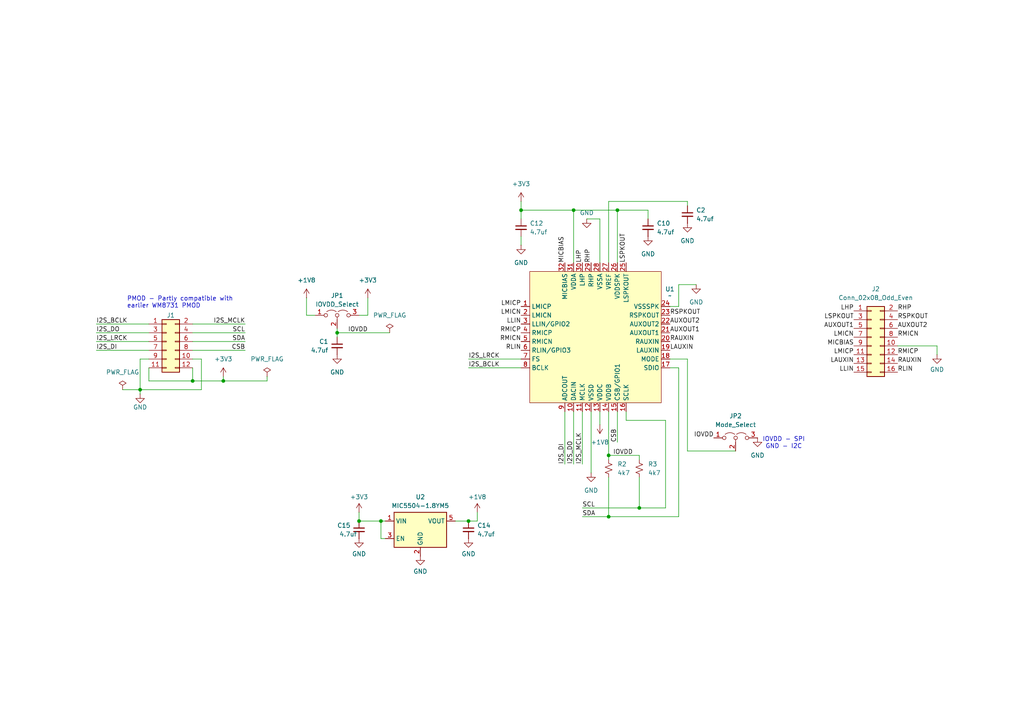
<source format=kicad_sch>
(kicad_sch
	(version 20231120)
	(generator "eeschema")
	(generator_version "8.0")
	(uuid "3c324a29-7452-458d-ab94-b4bbece2ca3a")
	(paper "A4")
	(lib_symbols
		(symbol "Connector_Generic:Conn_02x06_Odd_Even"
			(pin_names
				(offset 1.016) hide)
			(exclude_from_sim no)
			(in_bom yes)
			(on_board yes)
			(property "Reference" "J"
				(at 1.27 7.62 0)
				(effects
					(font
						(size 1.27 1.27)
					)
				)
			)
			(property "Value" "Conn_02x06_Odd_Even"
				(at 1.27 -10.16 0)
				(effects
					(font
						(size 1.27 1.27)
					)
				)
			)
			(property "Footprint" ""
				(at 0 0 0)
				(effects
					(font
						(size 1.27 1.27)
					)
					(hide yes)
				)
			)
			(property "Datasheet" "~"
				(at 0 0 0)
				(effects
					(font
						(size 1.27 1.27)
					)
					(hide yes)
				)
			)
			(property "Description" "Generic connector, double row, 02x06, odd/even pin numbering scheme (row 1 odd numbers, row 2 even numbers), script generated (kicad-library-utils/schlib/autogen/connector/)"
				(at 0 0 0)
				(effects
					(font
						(size 1.27 1.27)
					)
					(hide yes)
				)
			)
			(property "ki_keywords" "connector"
				(at 0 0 0)
				(effects
					(font
						(size 1.27 1.27)
					)
					(hide yes)
				)
			)
			(property "ki_fp_filters" "Connector*:*_2x??_*"
				(at 0 0 0)
				(effects
					(font
						(size 1.27 1.27)
					)
					(hide yes)
				)
			)
			(symbol "Conn_02x06_Odd_Even_1_1"
				(rectangle
					(start -1.27 -7.493)
					(end 0 -7.747)
					(stroke
						(width 0.1524)
						(type default)
					)
					(fill
						(type none)
					)
				)
				(rectangle
					(start -1.27 -4.953)
					(end 0 -5.207)
					(stroke
						(width 0.1524)
						(type default)
					)
					(fill
						(type none)
					)
				)
				(rectangle
					(start -1.27 -2.413)
					(end 0 -2.667)
					(stroke
						(width 0.1524)
						(type default)
					)
					(fill
						(type none)
					)
				)
				(rectangle
					(start -1.27 0.127)
					(end 0 -0.127)
					(stroke
						(width 0.1524)
						(type default)
					)
					(fill
						(type none)
					)
				)
				(rectangle
					(start -1.27 2.667)
					(end 0 2.413)
					(stroke
						(width 0.1524)
						(type default)
					)
					(fill
						(type none)
					)
				)
				(rectangle
					(start -1.27 5.207)
					(end 0 4.953)
					(stroke
						(width 0.1524)
						(type default)
					)
					(fill
						(type none)
					)
				)
				(rectangle
					(start -1.27 6.35)
					(end 3.81 -8.89)
					(stroke
						(width 0.254)
						(type default)
					)
					(fill
						(type background)
					)
				)
				(rectangle
					(start 3.81 -7.493)
					(end 2.54 -7.747)
					(stroke
						(width 0.1524)
						(type default)
					)
					(fill
						(type none)
					)
				)
				(rectangle
					(start 3.81 -4.953)
					(end 2.54 -5.207)
					(stroke
						(width 0.1524)
						(type default)
					)
					(fill
						(type none)
					)
				)
				(rectangle
					(start 3.81 -2.413)
					(end 2.54 -2.667)
					(stroke
						(width 0.1524)
						(type default)
					)
					(fill
						(type none)
					)
				)
				(rectangle
					(start 3.81 0.127)
					(end 2.54 -0.127)
					(stroke
						(width 0.1524)
						(type default)
					)
					(fill
						(type none)
					)
				)
				(rectangle
					(start 3.81 2.667)
					(end 2.54 2.413)
					(stroke
						(width 0.1524)
						(type default)
					)
					(fill
						(type none)
					)
				)
				(rectangle
					(start 3.81 5.207)
					(end 2.54 4.953)
					(stroke
						(width 0.1524)
						(type default)
					)
					(fill
						(type none)
					)
				)
				(pin passive line
					(at -5.08 5.08 0)
					(length 3.81)
					(name "Pin_1"
						(effects
							(font
								(size 1.27 1.27)
							)
						)
					)
					(number "1"
						(effects
							(font
								(size 1.27 1.27)
							)
						)
					)
				)
				(pin passive line
					(at 7.62 -5.08 180)
					(length 3.81)
					(name "Pin_10"
						(effects
							(font
								(size 1.27 1.27)
							)
						)
					)
					(number "10"
						(effects
							(font
								(size 1.27 1.27)
							)
						)
					)
				)
				(pin passive line
					(at -5.08 -7.62 0)
					(length 3.81)
					(name "Pin_11"
						(effects
							(font
								(size 1.27 1.27)
							)
						)
					)
					(number "11"
						(effects
							(font
								(size 1.27 1.27)
							)
						)
					)
				)
				(pin passive line
					(at 7.62 -7.62 180)
					(length 3.81)
					(name "Pin_12"
						(effects
							(font
								(size 1.27 1.27)
							)
						)
					)
					(number "12"
						(effects
							(font
								(size 1.27 1.27)
							)
						)
					)
				)
				(pin passive line
					(at 7.62 5.08 180)
					(length 3.81)
					(name "Pin_2"
						(effects
							(font
								(size 1.27 1.27)
							)
						)
					)
					(number "2"
						(effects
							(font
								(size 1.27 1.27)
							)
						)
					)
				)
				(pin passive line
					(at -5.08 2.54 0)
					(length 3.81)
					(name "Pin_3"
						(effects
							(font
								(size 1.27 1.27)
							)
						)
					)
					(number "3"
						(effects
							(font
								(size 1.27 1.27)
							)
						)
					)
				)
				(pin passive line
					(at 7.62 2.54 180)
					(length 3.81)
					(name "Pin_4"
						(effects
							(font
								(size 1.27 1.27)
							)
						)
					)
					(number "4"
						(effects
							(font
								(size 1.27 1.27)
							)
						)
					)
				)
				(pin passive line
					(at -5.08 0 0)
					(length 3.81)
					(name "Pin_5"
						(effects
							(font
								(size 1.27 1.27)
							)
						)
					)
					(number "5"
						(effects
							(font
								(size 1.27 1.27)
							)
						)
					)
				)
				(pin passive line
					(at 7.62 0 180)
					(length 3.81)
					(name "Pin_6"
						(effects
							(font
								(size 1.27 1.27)
							)
						)
					)
					(number "6"
						(effects
							(font
								(size 1.27 1.27)
							)
						)
					)
				)
				(pin passive line
					(at -5.08 -2.54 0)
					(length 3.81)
					(name "Pin_7"
						(effects
							(font
								(size 1.27 1.27)
							)
						)
					)
					(number "7"
						(effects
							(font
								(size 1.27 1.27)
							)
						)
					)
				)
				(pin passive line
					(at 7.62 -2.54 180)
					(length 3.81)
					(name "Pin_8"
						(effects
							(font
								(size 1.27 1.27)
							)
						)
					)
					(number "8"
						(effects
							(font
								(size 1.27 1.27)
							)
						)
					)
				)
				(pin passive line
					(at -5.08 -5.08 0)
					(length 3.81)
					(name "Pin_9"
						(effects
							(font
								(size 1.27 1.27)
							)
						)
					)
					(number "9"
						(effects
							(font
								(size 1.27 1.27)
							)
						)
					)
				)
			)
		)
		(symbol "Connector_Generic:Conn_02x08_Odd_Even"
			(pin_names
				(offset 1.016) hide)
			(exclude_from_sim no)
			(in_bom yes)
			(on_board yes)
			(property "Reference" "J"
				(at 1.27 10.16 0)
				(effects
					(font
						(size 1.27 1.27)
					)
				)
			)
			(property "Value" "Conn_02x08_Odd_Even"
				(at 1.27 -12.7 0)
				(effects
					(font
						(size 1.27 1.27)
					)
				)
			)
			(property "Footprint" ""
				(at 0 0 0)
				(effects
					(font
						(size 1.27 1.27)
					)
					(hide yes)
				)
			)
			(property "Datasheet" "~"
				(at 0 0 0)
				(effects
					(font
						(size 1.27 1.27)
					)
					(hide yes)
				)
			)
			(property "Description" "Generic connector, double row, 02x08, odd/even pin numbering scheme (row 1 odd numbers, row 2 even numbers), script generated (kicad-library-utils/schlib/autogen/connector/)"
				(at 0 0 0)
				(effects
					(font
						(size 1.27 1.27)
					)
					(hide yes)
				)
			)
			(property "ki_keywords" "connector"
				(at 0 0 0)
				(effects
					(font
						(size 1.27 1.27)
					)
					(hide yes)
				)
			)
			(property "ki_fp_filters" "Connector*:*_2x??_*"
				(at 0 0 0)
				(effects
					(font
						(size 1.27 1.27)
					)
					(hide yes)
				)
			)
			(symbol "Conn_02x08_Odd_Even_1_1"
				(rectangle
					(start -1.27 -10.033)
					(end 0 -10.287)
					(stroke
						(width 0.1524)
						(type default)
					)
					(fill
						(type none)
					)
				)
				(rectangle
					(start -1.27 -7.493)
					(end 0 -7.747)
					(stroke
						(width 0.1524)
						(type default)
					)
					(fill
						(type none)
					)
				)
				(rectangle
					(start -1.27 -4.953)
					(end 0 -5.207)
					(stroke
						(width 0.1524)
						(type default)
					)
					(fill
						(type none)
					)
				)
				(rectangle
					(start -1.27 -2.413)
					(end 0 -2.667)
					(stroke
						(width 0.1524)
						(type default)
					)
					(fill
						(type none)
					)
				)
				(rectangle
					(start -1.27 0.127)
					(end 0 -0.127)
					(stroke
						(width 0.1524)
						(type default)
					)
					(fill
						(type none)
					)
				)
				(rectangle
					(start -1.27 2.667)
					(end 0 2.413)
					(stroke
						(width 0.1524)
						(type default)
					)
					(fill
						(type none)
					)
				)
				(rectangle
					(start -1.27 5.207)
					(end 0 4.953)
					(stroke
						(width 0.1524)
						(type default)
					)
					(fill
						(type none)
					)
				)
				(rectangle
					(start -1.27 7.747)
					(end 0 7.493)
					(stroke
						(width 0.1524)
						(type default)
					)
					(fill
						(type none)
					)
				)
				(rectangle
					(start -1.27 8.89)
					(end 3.81 -11.43)
					(stroke
						(width 0.254)
						(type default)
					)
					(fill
						(type background)
					)
				)
				(rectangle
					(start 3.81 -10.033)
					(end 2.54 -10.287)
					(stroke
						(width 0.1524)
						(type default)
					)
					(fill
						(type none)
					)
				)
				(rectangle
					(start 3.81 -7.493)
					(end 2.54 -7.747)
					(stroke
						(width 0.1524)
						(type default)
					)
					(fill
						(type none)
					)
				)
				(rectangle
					(start 3.81 -4.953)
					(end 2.54 -5.207)
					(stroke
						(width 0.1524)
						(type default)
					)
					(fill
						(type none)
					)
				)
				(rectangle
					(start 3.81 -2.413)
					(end 2.54 -2.667)
					(stroke
						(width 0.1524)
						(type default)
					)
					(fill
						(type none)
					)
				)
				(rectangle
					(start 3.81 0.127)
					(end 2.54 -0.127)
					(stroke
						(width 0.1524)
						(type default)
					)
					(fill
						(type none)
					)
				)
				(rectangle
					(start 3.81 2.667)
					(end 2.54 2.413)
					(stroke
						(width 0.1524)
						(type default)
					)
					(fill
						(type none)
					)
				)
				(rectangle
					(start 3.81 5.207)
					(end 2.54 4.953)
					(stroke
						(width 0.1524)
						(type default)
					)
					(fill
						(type none)
					)
				)
				(rectangle
					(start 3.81 7.747)
					(end 2.54 7.493)
					(stroke
						(width 0.1524)
						(type default)
					)
					(fill
						(type none)
					)
				)
				(pin passive line
					(at -5.08 7.62 0)
					(length 3.81)
					(name "Pin_1"
						(effects
							(font
								(size 1.27 1.27)
							)
						)
					)
					(number "1"
						(effects
							(font
								(size 1.27 1.27)
							)
						)
					)
				)
				(pin passive line
					(at 7.62 -2.54 180)
					(length 3.81)
					(name "Pin_10"
						(effects
							(font
								(size 1.27 1.27)
							)
						)
					)
					(number "10"
						(effects
							(font
								(size 1.27 1.27)
							)
						)
					)
				)
				(pin passive line
					(at -5.08 -5.08 0)
					(length 3.81)
					(name "Pin_11"
						(effects
							(font
								(size 1.27 1.27)
							)
						)
					)
					(number "11"
						(effects
							(font
								(size 1.27 1.27)
							)
						)
					)
				)
				(pin passive line
					(at 7.62 -5.08 180)
					(length 3.81)
					(name "Pin_12"
						(effects
							(font
								(size 1.27 1.27)
							)
						)
					)
					(number "12"
						(effects
							(font
								(size 1.27 1.27)
							)
						)
					)
				)
				(pin passive line
					(at -5.08 -7.62 0)
					(length 3.81)
					(name "Pin_13"
						(effects
							(font
								(size 1.27 1.27)
							)
						)
					)
					(number "13"
						(effects
							(font
								(size 1.27 1.27)
							)
						)
					)
				)
				(pin passive line
					(at 7.62 -7.62 180)
					(length 3.81)
					(name "Pin_14"
						(effects
							(font
								(size 1.27 1.27)
							)
						)
					)
					(number "14"
						(effects
							(font
								(size 1.27 1.27)
							)
						)
					)
				)
				(pin passive line
					(at -5.08 -10.16 0)
					(length 3.81)
					(name "Pin_15"
						(effects
							(font
								(size 1.27 1.27)
							)
						)
					)
					(number "15"
						(effects
							(font
								(size 1.27 1.27)
							)
						)
					)
				)
				(pin passive line
					(at 7.62 -10.16 180)
					(length 3.81)
					(name "Pin_16"
						(effects
							(font
								(size 1.27 1.27)
							)
						)
					)
					(number "16"
						(effects
							(font
								(size 1.27 1.27)
							)
						)
					)
				)
				(pin passive line
					(at 7.62 7.62 180)
					(length 3.81)
					(name "Pin_2"
						(effects
							(font
								(size 1.27 1.27)
							)
						)
					)
					(number "2"
						(effects
							(font
								(size 1.27 1.27)
							)
						)
					)
				)
				(pin passive line
					(at -5.08 5.08 0)
					(length 3.81)
					(name "Pin_3"
						(effects
							(font
								(size 1.27 1.27)
							)
						)
					)
					(number "3"
						(effects
							(font
								(size 1.27 1.27)
							)
						)
					)
				)
				(pin passive line
					(at 7.62 5.08 180)
					(length 3.81)
					(name "Pin_4"
						(effects
							(font
								(size 1.27 1.27)
							)
						)
					)
					(number "4"
						(effects
							(font
								(size 1.27 1.27)
							)
						)
					)
				)
				(pin passive line
					(at -5.08 2.54 0)
					(length 3.81)
					(name "Pin_5"
						(effects
							(font
								(size 1.27 1.27)
							)
						)
					)
					(number "5"
						(effects
							(font
								(size 1.27 1.27)
							)
						)
					)
				)
				(pin passive line
					(at 7.62 2.54 180)
					(length 3.81)
					(name "Pin_6"
						(effects
							(font
								(size 1.27 1.27)
							)
						)
					)
					(number "6"
						(effects
							(font
								(size 1.27 1.27)
							)
						)
					)
				)
				(pin passive line
					(at -5.08 0 0)
					(length 3.81)
					(name "Pin_7"
						(effects
							(font
								(size 1.27 1.27)
							)
						)
					)
					(number "7"
						(effects
							(font
								(size 1.27 1.27)
							)
						)
					)
				)
				(pin passive line
					(at 7.62 0 180)
					(length 3.81)
					(name "Pin_8"
						(effects
							(font
								(size 1.27 1.27)
							)
						)
					)
					(number "8"
						(effects
							(font
								(size 1.27 1.27)
							)
						)
					)
				)
				(pin passive line
					(at -5.08 -2.54 0)
					(length 3.81)
					(name "Pin_9"
						(effects
							(font
								(size 1.27 1.27)
							)
						)
					)
					(number "9"
						(effects
							(font
								(size 1.27 1.27)
							)
						)
					)
				)
			)
		)
		(symbol "Device:C_Small"
			(pin_numbers hide)
			(pin_names
				(offset 0.254) hide)
			(exclude_from_sim no)
			(in_bom yes)
			(on_board yes)
			(property "Reference" "C"
				(at 0.254 1.778 0)
				(effects
					(font
						(size 1.27 1.27)
					)
					(justify left)
				)
			)
			(property "Value" "C_Small"
				(at 0.254 -2.032 0)
				(effects
					(font
						(size 1.27 1.27)
					)
					(justify left)
				)
			)
			(property "Footprint" ""
				(at 0 0 0)
				(effects
					(font
						(size 1.27 1.27)
					)
					(hide yes)
				)
			)
			(property "Datasheet" "~"
				(at 0 0 0)
				(effects
					(font
						(size 1.27 1.27)
					)
					(hide yes)
				)
			)
			(property "Description" "Unpolarized capacitor, small symbol"
				(at 0 0 0)
				(effects
					(font
						(size 1.27 1.27)
					)
					(hide yes)
				)
			)
			(property "ki_keywords" "capacitor cap"
				(at 0 0 0)
				(effects
					(font
						(size 1.27 1.27)
					)
					(hide yes)
				)
			)
			(property "ki_fp_filters" "C_*"
				(at 0 0 0)
				(effects
					(font
						(size 1.27 1.27)
					)
					(hide yes)
				)
			)
			(symbol "C_Small_0_1"
				(polyline
					(pts
						(xy -1.524 -0.508) (xy 1.524 -0.508)
					)
					(stroke
						(width 0.3302)
						(type default)
					)
					(fill
						(type none)
					)
				)
				(polyline
					(pts
						(xy -1.524 0.508) (xy 1.524 0.508)
					)
					(stroke
						(width 0.3048)
						(type default)
					)
					(fill
						(type none)
					)
				)
			)
			(symbol "C_Small_1_1"
				(pin passive line
					(at 0 2.54 270)
					(length 2.032)
					(name "~"
						(effects
							(font
								(size 1.27 1.27)
							)
						)
					)
					(number "1"
						(effects
							(font
								(size 1.27 1.27)
							)
						)
					)
				)
				(pin passive line
					(at 0 -2.54 90)
					(length 2.032)
					(name "~"
						(effects
							(font
								(size 1.27 1.27)
							)
						)
					)
					(number "2"
						(effects
							(font
								(size 1.27 1.27)
							)
						)
					)
				)
			)
		)
		(symbol "Device:R_Small_US"
			(pin_numbers hide)
			(pin_names
				(offset 0.254) hide)
			(exclude_from_sim no)
			(in_bom yes)
			(on_board yes)
			(property "Reference" "R"
				(at 0.762 0.508 0)
				(effects
					(font
						(size 1.27 1.27)
					)
					(justify left)
				)
			)
			(property "Value" "R_Small_US"
				(at 0.762 -1.016 0)
				(effects
					(font
						(size 1.27 1.27)
					)
					(justify left)
				)
			)
			(property "Footprint" ""
				(at 0 0 0)
				(effects
					(font
						(size 1.27 1.27)
					)
					(hide yes)
				)
			)
			(property "Datasheet" "~"
				(at 0 0 0)
				(effects
					(font
						(size 1.27 1.27)
					)
					(hide yes)
				)
			)
			(property "Description" "Resistor, small US symbol"
				(at 0 0 0)
				(effects
					(font
						(size 1.27 1.27)
					)
					(hide yes)
				)
			)
			(property "ki_keywords" "r resistor"
				(at 0 0 0)
				(effects
					(font
						(size 1.27 1.27)
					)
					(hide yes)
				)
			)
			(property "ki_fp_filters" "R_*"
				(at 0 0 0)
				(effects
					(font
						(size 1.27 1.27)
					)
					(hide yes)
				)
			)
			(symbol "R_Small_US_1_1"
				(polyline
					(pts
						(xy 0 0) (xy 1.016 -0.381) (xy 0 -0.762) (xy -1.016 -1.143) (xy 0 -1.524)
					)
					(stroke
						(width 0)
						(type default)
					)
					(fill
						(type none)
					)
				)
				(polyline
					(pts
						(xy 0 1.524) (xy 1.016 1.143) (xy 0 0.762) (xy -1.016 0.381) (xy 0 0)
					)
					(stroke
						(width 0)
						(type default)
					)
					(fill
						(type none)
					)
				)
				(pin passive line
					(at 0 2.54 270)
					(length 1.016)
					(name "~"
						(effects
							(font
								(size 1.27 1.27)
							)
						)
					)
					(number "1"
						(effects
							(font
								(size 1.27 1.27)
							)
						)
					)
				)
				(pin passive line
					(at 0 -2.54 90)
					(length 1.016)
					(name "~"
						(effects
							(font
								(size 1.27 1.27)
							)
						)
					)
					(number "2"
						(effects
							(font
								(size 1.27 1.27)
							)
						)
					)
				)
			)
		)
		(symbol "EMEB:NAU8822_YG"
			(exclude_from_sim no)
			(in_bom yes)
			(on_board yes)
			(property "Reference" "U"
				(at 0 0 0)
				(effects
					(font
						(size 1.27 1.27)
					)
				)
			)
			(property "Value" ""
				(at 0 0 0)
				(effects
					(font
						(size 1.27 1.27)
					)
				)
			)
			(property "Footprint" "Package_DFN_QFN:QFN-32-1EP_5x5mm_P0.5mm_EP3.1x3.1mm"
				(at 0 -33.274 0)
				(effects
					(font
						(size 1.27 1.27)
					)
				)
			)
			(property "Datasheet" ""
				(at 0 0 0)
				(effects
					(font
						(size 1.27 1.27)
					)
					(hide yes)
				)
			)
			(property "Description" ""
				(at 0 0 0)
				(effects
					(font
						(size 1.27 1.27)
					)
					(hide yes)
				)
			)
			(symbol "NAU8822_YG_1_1"
				(rectangle
					(start -19.05 19.05)
					(end 19.05 -19.05)
					(stroke
						(width 0)
						(type default)
					)
					(fill
						(type background)
					)
				)
				(pin input line
					(at -21.59 8.89 0)
					(length 2.54)
					(name "LMICP"
						(effects
							(font
								(size 1.27 1.27)
							)
						)
					)
					(number "1"
						(effects
							(font
								(size 1.27 1.27)
							)
						)
					)
				)
				(pin input line
					(at -6.35 -21.59 90)
					(length 2.54)
					(name "DACIN"
						(effects
							(font
								(size 1.27 1.27)
							)
						)
					)
					(number "10"
						(effects
							(font
								(size 1.27 1.27)
							)
						)
					)
				)
				(pin input line
					(at -3.81 -21.59 90)
					(length 2.54)
					(name "MCLK"
						(effects
							(font
								(size 1.27 1.27)
							)
						)
					)
					(number "11"
						(effects
							(font
								(size 1.27 1.27)
							)
						)
					)
				)
				(pin power_in line
					(at -1.27 -21.59 90)
					(length 2.54)
					(name "VSSD"
						(effects
							(font
								(size 1.27 1.27)
							)
						)
					)
					(number "12"
						(effects
							(font
								(size 1.27 1.27)
							)
						)
					)
				)
				(pin power_in line
					(at 1.27 -21.59 90)
					(length 2.54)
					(name "VDDC"
						(effects
							(font
								(size 1.27 1.27)
							)
						)
					)
					(number "13"
						(effects
							(font
								(size 1.27 1.27)
							)
						)
					)
				)
				(pin power_in line
					(at 3.81 -21.59 90)
					(length 2.54)
					(name "VDDB"
						(effects
							(font
								(size 1.27 1.27)
							)
						)
					)
					(number "14"
						(effects
							(font
								(size 1.27 1.27)
							)
						)
					)
				)
				(pin bidirectional line
					(at 6.35 -21.59 90)
					(length 2.54)
					(name "CSB/GPIO1"
						(effects
							(font
								(size 1.27 1.27)
							)
						)
					)
					(number "15"
						(effects
							(font
								(size 1.27 1.27)
							)
						)
					)
				)
				(pin input line
					(at 8.89 -21.59 90)
					(length 2.54)
					(name "SCLK"
						(effects
							(font
								(size 1.27 1.27)
							)
						)
					)
					(number "16"
						(effects
							(font
								(size 1.27 1.27)
							)
						)
					)
				)
				(pin bidirectional line
					(at 21.59 -8.89 180)
					(length 2.54)
					(name "SDIO"
						(effects
							(font
								(size 1.27 1.27)
							)
						)
					)
					(number "17"
						(effects
							(font
								(size 1.27 1.27)
							)
						)
					)
				)
				(pin input line
					(at 21.59 -6.35 180)
					(length 2.54)
					(name "MODE"
						(effects
							(font
								(size 1.27 1.27)
							)
						)
					)
					(number "18"
						(effects
							(font
								(size 1.27 1.27)
							)
						)
					)
				)
				(pin input line
					(at 21.59 -3.81 180)
					(length 2.54)
					(name "LAUXIN"
						(effects
							(font
								(size 1.27 1.27)
							)
						)
					)
					(number "19"
						(effects
							(font
								(size 1.27 1.27)
							)
						)
					)
				)
				(pin input line
					(at -21.59 6.35 0)
					(length 2.54)
					(name "LMICN"
						(effects
							(font
								(size 1.27 1.27)
							)
						)
					)
					(number "2"
						(effects
							(font
								(size 1.27 1.27)
							)
						)
					)
				)
				(pin input line
					(at 21.59 -1.27 180)
					(length 2.54)
					(name "RAUXIN"
						(effects
							(font
								(size 1.27 1.27)
							)
						)
					)
					(number "20"
						(effects
							(font
								(size 1.27 1.27)
							)
						)
					)
				)
				(pin output line
					(at 21.59 1.27 180)
					(length 2.54)
					(name "AUXOUT1"
						(effects
							(font
								(size 1.27 1.27)
							)
						)
					)
					(number "21"
						(effects
							(font
								(size 1.27 1.27)
							)
						)
					)
				)
				(pin output line
					(at 21.59 3.81 180)
					(length 2.54)
					(name "AUXOUT2"
						(effects
							(font
								(size 1.27 1.27)
							)
						)
					)
					(number "22"
						(effects
							(font
								(size 1.27 1.27)
							)
						)
					)
				)
				(pin output line
					(at 21.59 6.35 180)
					(length 2.54)
					(name "RSPKOUT"
						(effects
							(font
								(size 1.27 1.27)
							)
						)
					)
					(number "23"
						(effects
							(font
								(size 1.27 1.27)
							)
						)
					)
				)
				(pin power_in line
					(at 21.59 8.89 180)
					(length 2.54)
					(name "VSSSPK"
						(effects
							(font
								(size 1.27 1.27)
							)
						)
					)
					(number "24"
						(effects
							(font
								(size 1.27 1.27)
							)
						)
					)
				)
				(pin output line
					(at 8.89 21.59 270)
					(length 2.54)
					(name "LSPKOUT"
						(effects
							(font
								(size 1.27 1.27)
							)
						)
					)
					(number "25"
						(effects
							(font
								(size 1.27 1.27)
							)
						)
					)
				)
				(pin power_in line
					(at 6.35 21.59 270)
					(length 2.54)
					(name "VDDSPK"
						(effects
							(font
								(size 1.27 1.27)
							)
						)
					)
					(number "26"
						(effects
							(font
								(size 1.27 1.27)
							)
						)
					)
				)
				(pin passive line
					(at 3.81 21.59 270)
					(length 2.54)
					(name "VREF"
						(effects
							(font
								(size 1.27 1.27)
							)
						)
					)
					(number "27"
						(effects
							(font
								(size 1.27 1.27)
							)
						)
					)
				)
				(pin power_in line
					(at 1.27 21.59 270)
					(length 2.54)
					(name "VSSA"
						(effects
							(font
								(size 1.27 1.27)
							)
						)
					)
					(number "28"
						(effects
							(font
								(size 1.27 1.27)
							)
						)
					)
				)
				(pin output line
					(at -1.27 21.59 270)
					(length 2.54)
					(name "RHP"
						(effects
							(font
								(size 1.27 1.27)
							)
						)
					)
					(number "29"
						(effects
							(font
								(size 1.27 1.27)
							)
						)
					)
				)
				(pin bidirectional line
					(at -21.59 3.81 0)
					(length 2.54)
					(name "LLIN/GPIO2"
						(effects
							(font
								(size 1.27 1.27)
							)
						)
					)
					(number "3"
						(effects
							(font
								(size 1.27 1.27)
							)
						)
					)
				)
				(pin output line
					(at -3.81 21.59 270)
					(length 2.54)
					(name "LHP"
						(effects
							(font
								(size 1.27 1.27)
							)
						)
					)
					(number "30"
						(effects
							(font
								(size 1.27 1.27)
							)
						)
					)
				)
				(pin power_in line
					(at -6.35 21.59 270)
					(length 2.54)
					(name "VDDA"
						(effects
							(font
								(size 1.27 1.27)
							)
						)
					)
					(number "31"
						(effects
							(font
								(size 1.27 1.27)
							)
						)
					)
				)
				(pin output line
					(at -8.89 21.59 270)
					(length 2.54)
					(name "MICBIAS"
						(effects
							(font
								(size 1.27 1.27)
							)
						)
					)
					(number "32"
						(effects
							(font
								(size 1.27 1.27)
							)
						)
					)
				)
				(pin input line
					(at -21.59 1.27 0)
					(length 2.54)
					(name "RMICP"
						(effects
							(font
								(size 1.27 1.27)
							)
						)
					)
					(number "4"
						(effects
							(font
								(size 1.27 1.27)
							)
						)
					)
				)
				(pin input line
					(at -21.59 -1.27 0)
					(length 2.54)
					(name "RMICN"
						(effects
							(font
								(size 1.27 1.27)
							)
						)
					)
					(number "5"
						(effects
							(font
								(size 1.27 1.27)
							)
						)
					)
				)
				(pin bidirectional line
					(at -21.59 -3.81 0)
					(length 2.54)
					(name "RLIN/GPIO3"
						(effects
							(font
								(size 1.27 1.27)
							)
						)
					)
					(number "6"
						(effects
							(font
								(size 1.27 1.27)
							)
						)
					)
				)
				(pin bidirectional line
					(at -21.59 -6.35 0)
					(length 2.54)
					(name "FS"
						(effects
							(font
								(size 1.27 1.27)
							)
						)
					)
					(number "7"
						(effects
							(font
								(size 1.27 1.27)
							)
						)
					)
				)
				(pin bidirectional line
					(at -21.59 -8.89 0)
					(length 2.54)
					(name "BCLK"
						(effects
							(font
								(size 1.27 1.27)
							)
						)
					)
					(number "8"
						(effects
							(font
								(size 1.27 1.27)
							)
						)
					)
				)
				(pin output line
					(at -8.89 -21.59 90)
					(length 2.54)
					(name "ADCOUT"
						(effects
							(font
								(size 1.27 1.27)
							)
						)
					)
					(number "9"
						(effects
							(font
								(size 1.27 1.27)
							)
						)
					)
				)
			)
		)
		(symbol "Jumper:Jumper_3_Open"
			(pin_names
				(offset 0) hide)
			(exclude_from_sim no)
			(in_bom yes)
			(on_board yes)
			(property "Reference" "JP"
				(at -2.54 -2.54 0)
				(effects
					(font
						(size 1.27 1.27)
					)
				)
			)
			(property "Value" "Jumper_3_Open"
				(at 0 2.794 0)
				(effects
					(font
						(size 1.27 1.27)
					)
				)
			)
			(property "Footprint" ""
				(at 0 0 0)
				(effects
					(font
						(size 1.27 1.27)
					)
					(hide yes)
				)
			)
			(property "Datasheet" "~"
				(at 0 0 0)
				(effects
					(font
						(size 1.27 1.27)
					)
					(hide yes)
				)
			)
			(property "Description" "Jumper, 3-pole, both open"
				(at 0 0 0)
				(effects
					(font
						(size 1.27 1.27)
					)
					(hide yes)
				)
			)
			(property "ki_keywords" "Jumper SPDT"
				(at 0 0 0)
				(effects
					(font
						(size 1.27 1.27)
					)
					(hide yes)
				)
			)
			(property "ki_fp_filters" "Jumper* TestPoint*3Pads* TestPoint*Bridge*"
				(at 0 0 0)
				(effects
					(font
						(size 1.27 1.27)
					)
					(hide yes)
				)
			)
			(symbol "Jumper_3_Open_0_0"
				(circle
					(center -3.302 0)
					(radius 0.508)
					(stroke
						(width 0)
						(type default)
					)
					(fill
						(type none)
					)
				)
				(circle
					(center 0 0)
					(radius 0.508)
					(stroke
						(width 0)
						(type default)
					)
					(fill
						(type none)
					)
				)
				(circle
					(center 3.302 0)
					(radius 0.508)
					(stroke
						(width 0)
						(type default)
					)
					(fill
						(type none)
					)
				)
			)
			(symbol "Jumper_3_Open_0_1"
				(arc
					(start -0.254 1.016)
					(mid -1.651 1.4992)
					(end -3.048 1.016)
					(stroke
						(width 0)
						(type default)
					)
					(fill
						(type none)
					)
				)
				(polyline
					(pts
						(xy 0 -0.508) (xy 0 -1.27)
					)
					(stroke
						(width 0)
						(type default)
					)
					(fill
						(type none)
					)
				)
				(arc
					(start 3.048 1.016)
					(mid 1.651 1.4992)
					(end 0.254 1.016)
					(stroke
						(width 0)
						(type default)
					)
					(fill
						(type none)
					)
				)
			)
			(symbol "Jumper_3_Open_1_1"
				(pin passive line
					(at -6.35 0 0)
					(length 2.54)
					(name "A"
						(effects
							(font
								(size 1.27 1.27)
							)
						)
					)
					(number "1"
						(effects
							(font
								(size 1.27 1.27)
							)
						)
					)
				)
				(pin passive line
					(at 0 -3.81 90)
					(length 2.54)
					(name "C"
						(effects
							(font
								(size 1.27 1.27)
							)
						)
					)
					(number "2"
						(effects
							(font
								(size 1.27 1.27)
							)
						)
					)
				)
				(pin passive line
					(at 6.35 0 180)
					(length 2.54)
					(name "B"
						(effects
							(font
								(size 1.27 1.27)
							)
						)
					)
					(number "3"
						(effects
							(font
								(size 1.27 1.27)
							)
						)
					)
				)
			)
		)
		(symbol "Regulator_Linear:MIC5504-1.8YM5"
			(exclude_from_sim no)
			(in_bom yes)
			(on_board yes)
			(property "Reference" "U"
				(at -7.62 8.89 0)
				(effects
					(font
						(size 1.27 1.27)
					)
					(justify left)
				)
			)
			(property "Value" "MIC5504-1.8YM5"
				(at -7.62 6.35 0)
				(effects
					(font
						(size 1.27 1.27)
					)
					(justify left)
				)
			)
			(property "Footprint" "Package_TO_SOT_SMD:SOT-23-5"
				(at 0 -10.16 0)
				(effects
					(font
						(size 1.27 1.27)
					)
					(hide yes)
				)
			)
			(property "Datasheet" "http://ww1.microchip.com/downloads/en/DeviceDoc/MIC550X.pdf"
				(at -6.35 6.35 0)
				(effects
					(font
						(size 1.27 1.27)
					)
					(hide yes)
				)
			)
			(property "Description" "300mA Low-dropout Voltage Regulator, Vout 1.8V, Vin up to 5.5V, SOT-23"
				(at 0 0 0)
				(effects
					(font
						(size 1.27 1.27)
					)
					(hide yes)
				)
			)
			(property "ki_keywords" "Micrel LDO voltage regulator"
				(at 0 0 0)
				(effects
					(font
						(size 1.27 1.27)
					)
					(hide yes)
				)
			)
			(property "ki_fp_filters" "SOT?23?5*"
				(at 0 0 0)
				(effects
					(font
						(size 1.27 1.27)
					)
					(hide yes)
				)
			)
			(symbol "MIC5504-1.8YM5_0_1"
				(rectangle
					(start -7.62 -5.08)
					(end 7.62 5.08)
					(stroke
						(width 0.254)
						(type default)
					)
					(fill
						(type background)
					)
				)
			)
			(symbol "MIC5504-1.8YM5_1_1"
				(pin power_in line
					(at -10.16 2.54 0)
					(length 2.54)
					(name "VIN"
						(effects
							(font
								(size 1.27 1.27)
							)
						)
					)
					(number "1"
						(effects
							(font
								(size 1.27 1.27)
							)
						)
					)
				)
				(pin power_in line
					(at 0 -7.62 90)
					(length 2.54)
					(name "GND"
						(effects
							(font
								(size 1.27 1.27)
							)
						)
					)
					(number "2"
						(effects
							(font
								(size 1.27 1.27)
							)
						)
					)
				)
				(pin input line
					(at -10.16 -2.54 0)
					(length 2.54)
					(name "EN"
						(effects
							(font
								(size 1.27 1.27)
							)
						)
					)
					(number "3"
						(effects
							(font
								(size 1.27 1.27)
							)
						)
					)
				)
				(pin no_connect line
					(at 7.62 -2.54 180)
					(length 2.54) hide
					(name "NC"
						(effects
							(font
								(size 1.27 1.27)
							)
						)
					)
					(number "4"
						(effects
							(font
								(size 1.27 1.27)
							)
						)
					)
				)
				(pin power_out line
					(at 10.16 2.54 180)
					(length 2.54)
					(name "VOUT"
						(effects
							(font
								(size 1.27 1.27)
							)
						)
					)
					(number "5"
						(effects
							(font
								(size 1.27 1.27)
							)
						)
					)
				)
			)
		)
		(symbol "power:+1V8"
			(power)
			(pin_numbers hide)
			(pin_names
				(offset 0) hide)
			(exclude_from_sim no)
			(in_bom yes)
			(on_board yes)
			(property "Reference" "#PWR"
				(at 0 -3.81 0)
				(effects
					(font
						(size 1.27 1.27)
					)
					(hide yes)
				)
			)
			(property "Value" "+1V8"
				(at 0 3.556 0)
				(effects
					(font
						(size 1.27 1.27)
					)
				)
			)
			(property "Footprint" ""
				(at 0 0 0)
				(effects
					(font
						(size 1.27 1.27)
					)
					(hide yes)
				)
			)
			(property "Datasheet" ""
				(at 0 0 0)
				(effects
					(font
						(size 1.27 1.27)
					)
					(hide yes)
				)
			)
			(property "Description" "Power symbol creates a global label with name \"+1V8\""
				(at 0 0 0)
				(effects
					(font
						(size 1.27 1.27)
					)
					(hide yes)
				)
			)
			(property "ki_keywords" "global power"
				(at 0 0 0)
				(effects
					(font
						(size 1.27 1.27)
					)
					(hide yes)
				)
			)
			(symbol "+1V8_0_1"
				(polyline
					(pts
						(xy -0.762 1.27) (xy 0 2.54)
					)
					(stroke
						(width 0)
						(type default)
					)
					(fill
						(type none)
					)
				)
				(polyline
					(pts
						(xy 0 0) (xy 0 2.54)
					)
					(stroke
						(width 0)
						(type default)
					)
					(fill
						(type none)
					)
				)
				(polyline
					(pts
						(xy 0 2.54) (xy 0.762 1.27)
					)
					(stroke
						(width 0)
						(type default)
					)
					(fill
						(type none)
					)
				)
			)
			(symbol "+1V8_1_1"
				(pin power_in line
					(at 0 0 90)
					(length 0)
					(name "~"
						(effects
							(font
								(size 1.27 1.27)
							)
						)
					)
					(number "1"
						(effects
							(font
								(size 1.27 1.27)
							)
						)
					)
				)
			)
		)
		(symbol "power:+3V3"
			(power)
			(pin_numbers hide)
			(pin_names
				(offset 0) hide)
			(exclude_from_sim no)
			(in_bom yes)
			(on_board yes)
			(property "Reference" "#PWR"
				(at 0 -3.81 0)
				(effects
					(font
						(size 1.27 1.27)
					)
					(hide yes)
				)
			)
			(property "Value" "+3V3"
				(at 0 3.556 0)
				(effects
					(font
						(size 1.27 1.27)
					)
				)
			)
			(property "Footprint" ""
				(at 0 0 0)
				(effects
					(font
						(size 1.27 1.27)
					)
					(hide yes)
				)
			)
			(property "Datasheet" ""
				(at 0 0 0)
				(effects
					(font
						(size 1.27 1.27)
					)
					(hide yes)
				)
			)
			(property "Description" "Power symbol creates a global label with name \"+3V3\""
				(at 0 0 0)
				(effects
					(font
						(size 1.27 1.27)
					)
					(hide yes)
				)
			)
			(property "ki_keywords" "global power"
				(at 0 0 0)
				(effects
					(font
						(size 1.27 1.27)
					)
					(hide yes)
				)
			)
			(symbol "+3V3_0_1"
				(polyline
					(pts
						(xy -0.762 1.27) (xy 0 2.54)
					)
					(stroke
						(width 0)
						(type default)
					)
					(fill
						(type none)
					)
				)
				(polyline
					(pts
						(xy 0 0) (xy 0 2.54)
					)
					(stroke
						(width 0)
						(type default)
					)
					(fill
						(type none)
					)
				)
				(polyline
					(pts
						(xy 0 2.54) (xy 0.762 1.27)
					)
					(stroke
						(width 0)
						(type default)
					)
					(fill
						(type none)
					)
				)
			)
			(symbol "+3V3_1_1"
				(pin power_in line
					(at 0 0 90)
					(length 0)
					(name "~"
						(effects
							(font
								(size 1.27 1.27)
							)
						)
					)
					(number "1"
						(effects
							(font
								(size 1.27 1.27)
							)
						)
					)
				)
			)
		)
		(symbol "power:GND"
			(power)
			(pin_numbers hide)
			(pin_names
				(offset 0) hide)
			(exclude_from_sim no)
			(in_bom yes)
			(on_board yes)
			(property "Reference" "#PWR"
				(at 0 -6.35 0)
				(effects
					(font
						(size 1.27 1.27)
					)
					(hide yes)
				)
			)
			(property "Value" "GND"
				(at 0 -3.81 0)
				(effects
					(font
						(size 1.27 1.27)
					)
				)
			)
			(property "Footprint" ""
				(at 0 0 0)
				(effects
					(font
						(size 1.27 1.27)
					)
					(hide yes)
				)
			)
			(property "Datasheet" ""
				(at 0 0 0)
				(effects
					(font
						(size 1.27 1.27)
					)
					(hide yes)
				)
			)
			(property "Description" "Power symbol creates a global label with name \"GND\" , ground"
				(at 0 0 0)
				(effects
					(font
						(size 1.27 1.27)
					)
					(hide yes)
				)
			)
			(property "ki_keywords" "global power"
				(at 0 0 0)
				(effects
					(font
						(size 1.27 1.27)
					)
					(hide yes)
				)
			)
			(symbol "GND_0_1"
				(polyline
					(pts
						(xy 0 0) (xy 0 -1.27) (xy 1.27 -1.27) (xy 0 -2.54) (xy -1.27 -1.27) (xy 0 -1.27)
					)
					(stroke
						(width 0)
						(type default)
					)
					(fill
						(type none)
					)
				)
			)
			(symbol "GND_1_1"
				(pin power_in line
					(at 0 0 270)
					(length 0)
					(name "~"
						(effects
							(font
								(size 1.27 1.27)
							)
						)
					)
					(number "1"
						(effects
							(font
								(size 1.27 1.27)
							)
						)
					)
				)
			)
		)
		(symbol "power:PWR_FLAG"
			(power)
			(pin_numbers hide)
			(pin_names
				(offset 0) hide)
			(exclude_from_sim no)
			(in_bom yes)
			(on_board yes)
			(property "Reference" "#FLG"
				(at 0 1.905 0)
				(effects
					(font
						(size 1.27 1.27)
					)
					(hide yes)
				)
			)
			(property "Value" "PWR_FLAG"
				(at 0 3.81 0)
				(effects
					(font
						(size 1.27 1.27)
					)
				)
			)
			(property "Footprint" ""
				(at 0 0 0)
				(effects
					(font
						(size 1.27 1.27)
					)
					(hide yes)
				)
			)
			(property "Datasheet" "~"
				(at 0 0 0)
				(effects
					(font
						(size 1.27 1.27)
					)
					(hide yes)
				)
			)
			(property "Description" "Special symbol for telling ERC where power comes from"
				(at 0 0 0)
				(effects
					(font
						(size 1.27 1.27)
					)
					(hide yes)
				)
			)
			(property "ki_keywords" "flag power"
				(at 0 0 0)
				(effects
					(font
						(size 1.27 1.27)
					)
					(hide yes)
				)
			)
			(symbol "PWR_FLAG_0_0"
				(pin power_out line
					(at 0 0 90)
					(length 0)
					(name "~"
						(effects
							(font
								(size 1.27 1.27)
							)
						)
					)
					(number "1"
						(effects
							(font
								(size 1.27 1.27)
							)
						)
					)
				)
			)
			(symbol "PWR_FLAG_0_1"
				(polyline
					(pts
						(xy 0 0) (xy 0 1.27) (xy -1.016 1.905) (xy 0 2.54) (xy 1.016 1.905) (xy 0 1.27)
					)
					(stroke
						(width 0)
						(type default)
					)
					(fill
						(type none)
					)
				)
			)
		)
	)
	(junction
		(at 151.13 60.96)
		(diameter 0)
		(color 0 0 0 0)
		(uuid "00a8821b-2d2e-4aa3-9a86-d296a84a110a")
	)
	(junction
		(at 135.89 151.13)
		(diameter 0)
		(color 0 0 0 0)
		(uuid "0971b5dd-e744-483f-b3fb-4f4369cec34e")
	)
	(junction
		(at 179.07 60.96)
		(diameter 0)
		(color 0 0 0 0)
		(uuid "142fcda8-4efc-40eb-b23e-9e34882323af")
	)
	(junction
		(at 97.79 96.52)
		(diameter 0)
		(color 0 0 0 0)
		(uuid "1f79d058-abbe-4b2f-a1bb-92ecc607b453")
	)
	(junction
		(at 176.53 132.08)
		(diameter 0)
		(color 0 0 0 0)
		(uuid "3a53a38b-f15f-42f8-b763-6f67717f7b1d")
	)
	(junction
		(at 40.64 113.03)
		(diameter 0)
		(color 0 0 0 0)
		(uuid "4d89ac99-904a-40b5-b314-18d5f6720287")
	)
	(junction
		(at 166.37 60.96)
		(diameter 0)
		(color 0 0 0 0)
		(uuid "50f1d035-8f30-4b31-b049-053b3b412482")
	)
	(junction
		(at 185.42 147.32)
		(diameter 0)
		(color 0 0 0 0)
		(uuid "5effb7b2-0de7-4b50-9372-fdb84b70b35d")
	)
	(junction
		(at 64.77 110.49)
		(diameter 0)
		(color 0 0 0 0)
		(uuid "b30c1129-9c03-4b22-a413-533a6c9726f5")
	)
	(junction
		(at 104.14 151.13)
		(diameter 0)
		(color 0 0 0 0)
		(uuid "cf7c8ec6-944f-4545-8009-21255f593c64")
	)
	(junction
		(at 176.53 149.86)
		(diameter 0)
		(color 0 0 0 0)
		(uuid "e26238fe-fce5-4e3a-9060-f427abed9bf3")
	)
	(junction
		(at 55.88 110.49)
		(diameter 0)
		(color 0 0 0 0)
		(uuid "e3f7a5d2-11dc-443e-8e3f-d7a9d0a89ed5")
	)
	(junction
		(at 110.49 151.13)
		(diameter 0)
		(color 0 0 0 0)
		(uuid "ed6aa92b-992e-441a-9fd3-f3568715fdd3")
	)
	(wire
		(pts
			(xy 55.88 110.49) (xy 64.77 110.49)
		)
		(stroke
			(width 0)
			(type default)
		)
		(uuid "00f52c8f-393f-4845-83f8-7ef37c257be9")
	)
	(wire
		(pts
			(xy 151.13 60.96) (xy 166.37 60.96)
		)
		(stroke
			(width 0)
			(type default)
		)
		(uuid "04be2738-48f6-4fe4-b42a-05a2306ee93e")
	)
	(wire
		(pts
			(xy 185.42 132.08) (xy 176.53 132.08)
		)
		(stroke
			(width 0)
			(type default)
		)
		(uuid "0794a132-3a64-4e89-85f5-8498ddb27bb1")
	)
	(wire
		(pts
			(xy 196.85 106.68) (xy 196.85 149.86)
		)
		(stroke
			(width 0)
			(type default)
		)
		(uuid "08fc2795-d1aa-491c-9487-133c6cbdbfa2")
	)
	(wire
		(pts
			(xy 199.39 104.14) (xy 199.39 130.81)
		)
		(stroke
			(width 0)
			(type default)
		)
		(uuid "0a054662-8362-43e3-9ecc-c994a6adbe17")
	)
	(wire
		(pts
			(xy 196.85 88.9) (xy 196.85 82.55)
		)
		(stroke
			(width 0)
			(type default)
		)
		(uuid "0cb8cf7c-6af5-4494-8cd3-10c340da0641")
	)
	(wire
		(pts
			(xy 194.31 106.68) (xy 196.85 106.68)
		)
		(stroke
			(width 0)
			(type default)
		)
		(uuid "15078149-27ee-4c73-8f1f-cabe7edaad79")
	)
	(wire
		(pts
			(xy 135.89 104.14) (xy 151.13 104.14)
		)
		(stroke
			(width 0)
			(type default)
		)
		(uuid "19e63c0a-9b10-47ce-b086-da6d18731f7c")
	)
	(wire
		(pts
			(xy 58.42 113.03) (xy 58.42 104.14)
		)
		(stroke
			(width 0)
			(type default)
		)
		(uuid "1aceecd7-c884-4567-9874-f7d28a269cbf")
	)
	(wire
		(pts
			(xy 64.77 109.22) (xy 64.77 110.49)
		)
		(stroke
			(width 0)
			(type default)
		)
		(uuid "2036267b-d316-47e9-a0aa-b543a33f5586")
	)
	(wire
		(pts
			(xy 71.12 96.52) (xy 55.88 96.52)
		)
		(stroke
			(width 0)
			(type default)
		)
		(uuid "230dc659-a8b1-49bc-ae6c-2b21c2b8b497")
	)
	(wire
		(pts
			(xy 40.64 104.14) (xy 43.18 104.14)
		)
		(stroke
			(width 0)
			(type default)
		)
		(uuid "2500213b-612b-4bc4-bc04-8e5e50bda9f1")
	)
	(wire
		(pts
			(xy 71.12 101.6) (xy 55.88 101.6)
		)
		(stroke
			(width 0)
			(type default)
		)
		(uuid "27692743-a275-471d-b95b-883141c2d781")
	)
	(wire
		(pts
			(xy 104.14 151.13) (xy 110.49 151.13)
		)
		(stroke
			(width 0)
			(type default)
		)
		(uuid "2cb43c21-2a63-45be-948e-1e74d3fb2fbd")
	)
	(wire
		(pts
			(xy 179.07 60.96) (xy 187.96 60.96)
		)
		(stroke
			(width 0)
			(type default)
		)
		(uuid "37e0ea86-2add-4de1-a08f-70738063d6ed")
	)
	(wire
		(pts
			(xy 135.89 106.68) (xy 151.13 106.68)
		)
		(stroke
			(width 0)
			(type default)
		)
		(uuid "3b9debcf-2669-4a12-9c35-bc519c963497")
	)
	(wire
		(pts
			(xy 88.9 86.36) (xy 88.9 91.44)
		)
		(stroke
			(width 0)
			(type default)
		)
		(uuid "45d9abb2-8a09-4f49-81c4-36e05f754faf")
	)
	(wire
		(pts
			(xy 193.04 147.32) (xy 185.42 147.32)
		)
		(stroke
			(width 0)
			(type default)
		)
		(uuid "46b2cc85-9bea-4a40-9b79-865a745f29cc")
	)
	(wire
		(pts
			(xy 271.78 102.87) (xy 271.78 100.33)
		)
		(stroke
			(width 0)
			(type default)
		)
		(uuid "4c130ba5-11c5-40b8-a8ba-172d7ba57bfe")
	)
	(wire
		(pts
			(xy 185.42 132.08) (xy 185.42 133.35)
		)
		(stroke
			(width 0)
			(type default)
		)
		(uuid "4e25e5ff-d381-4b41-ab6b-fff02786e961")
	)
	(wire
		(pts
			(xy 176.53 76.2) (xy 176.53 58.42)
		)
		(stroke
			(width 0)
			(type default)
		)
		(uuid "51133b64-adf1-420b-8e37-de9bbb15473a")
	)
	(wire
		(pts
			(xy 138.43 151.13) (xy 138.43 148.59)
		)
		(stroke
			(width 0)
			(type default)
		)
		(uuid "53ba9706-5cf1-42a2-a577-8645daba9661")
	)
	(wire
		(pts
			(xy 27.94 101.6) (xy 43.18 101.6)
		)
		(stroke
			(width 0)
			(type default)
		)
		(uuid "592f9806-176a-4a83-ab9d-c3cd3d56915e")
	)
	(wire
		(pts
			(xy 193.04 121.92) (xy 193.04 147.32)
		)
		(stroke
			(width 0)
			(type default)
		)
		(uuid "596ee3b3-fa2d-40c7-a72d-b2891319a079")
	)
	(wire
		(pts
			(xy 97.79 96.52) (xy 113.03 96.52)
		)
		(stroke
			(width 0)
			(type default)
		)
		(uuid "59c91005-f32f-4ca8-bead-91482ab41a77")
	)
	(wire
		(pts
			(xy 151.13 60.96) (xy 151.13 63.5)
		)
		(stroke
			(width 0)
			(type default)
		)
		(uuid "5ba492fe-beeb-4ce4-8498-7fb55733e861")
	)
	(wire
		(pts
			(xy 27.94 93.98) (xy 43.18 93.98)
		)
		(stroke
			(width 0)
			(type default)
		)
		(uuid "5db9addb-8441-4d60-9e30-c116e8856f36")
	)
	(wire
		(pts
			(xy 181.61 121.92) (xy 181.61 119.38)
		)
		(stroke
			(width 0)
			(type default)
		)
		(uuid "5e7a2d63-faf5-46d0-a362-627711ab9615")
	)
	(wire
		(pts
			(xy 106.68 91.44) (xy 104.14 91.44)
		)
		(stroke
			(width 0)
			(type default)
		)
		(uuid "604c5ff0-4c0e-40d3-ab24-38a4f550a6e3")
	)
	(wire
		(pts
			(xy 179.07 60.96) (xy 166.37 60.96)
		)
		(stroke
			(width 0)
			(type default)
		)
		(uuid "684fcb4f-9497-41fc-885e-1a2bc4687625")
	)
	(wire
		(pts
			(xy 151.13 58.42) (xy 151.13 60.96)
		)
		(stroke
			(width 0)
			(type default)
		)
		(uuid "69d0ae26-c466-482d-8cd1-268907e4d1e2")
	)
	(wire
		(pts
			(xy 176.53 119.38) (xy 176.53 132.08)
		)
		(stroke
			(width 0)
			(type default)
		)
		(uuid "6df3edc9-a263-41dd-93d9-5da1a3a2008a")
	)
	(wire
		(pts
			(xy 58.42 104.14) (xy 55.88 104.14)
		)
		(stroke
			(width 0)
			(type default)
		)
		(uuid "6f169845-2b3b-43d3-91a5-7ae2831220e2")
	)
	(wire
		(pts
			(xy 185.42 147.32) (xy 185.42 138.43)
		)
		(stroke
			(width 0)
			(type default)
		)
		(uuid "6fd44b44-cdf1-49d7-b731-0a9a07390b76")
	)
	(wire
		(pts
			(xy 110.49 151.13) (xy 111.76 151.13)
		)
		(stroke
			(width 0)
			(type default)
		)
		(uuid "79d118b0-1f24-415c-b545-48227a30c8bf")
	)
	(wire
		(pts
			(xy 77.47 110.49) (xy 77.47 109.22)
		)
		(stroke
			(width 0)
			(type default)
		)
		(uuid "7a263fce-695d-462e-a208-2f3203988e74")
	)
	(wire
		(pts
			(xy 168.91 149.86) (xy 176.53 149.86)
		)
		(stroke
			(width 0)
			(type default)
		)
		(uuid "7da16172-bc67-4061-91c4-98af67486d4e")
	)
	(wire
		(pts
			(xy 132.08 151.13) (xy 135.89 151.13)
		)
		(stroke
			(width 0)
			(type default)
		)
		(uuid "814c28e4-bbd4-476e-b32d-88c6a2740fea")
	)
	(wire
		(pts
			(xy 163.83 134.62) (xy 163.83 119.38)
		)
		(stroke
			(width 0)
			(type default)
		)
		(uuid "8607001f-8d40-484d-8eed-33dbf5df4b32")
	)
	(wire
		(pts
			(xy 43.18 110.49) (xy 55.88 110.49)
		)
		(stroke
			(width 0)
			(type default)
		)
		(uuid "8785ef62-0ed4-478d-bb1f-c8a8460ee38a")
	)
	(wire
		(pts
			(xy 88.9 91.44) (xy 91.44 91.44)
		)
		(stroke
			(width 0)
			(type default)
		)
		(uuid "88d7add8-7c15-4b4f-bcb0-8478c22cba51")
	)
	(wire
		(pts
			(xy 194.31 88.9) (xy 196.85 88.9)
		)
		(stroke
			(width 0)
			(type default)
		)
		(uuid "898f1435-d7b4-406f-940d-5570eb7fbc59")
	)
	(wire
		(pts
			(xy 55.88 110.49) (xy 55.88 106.68)
		)
		(stroke
			(width 0)
			(type default)
		)
		(uuid "8a075906-2293-4e21-90b5-6d3edbbd874a")
	)
	(wire
		(pts
			(xy 97.79 95.25) (xy 97.79 96.52)
		)
		(stroke
			(width 0)
			(type default)
		)
		(uuid "9d40476d-f9d2-4500-ae6b-1b4bf3d62183")
	)
	(wire
		(pts
			(xy 173.99 63.5) (xy 170.18 63.5)
		)
		(stroke
			(width 0)
			(type default)
		)
		(uuid "9de83e8a-ef6e-47fd-b46e-eed0c71917c3")
	)
	(wire
		(pts
			(xy 179.07 119.38) (xy 179.07 128.27)
		)
		(stroke
			(width 0)
			(type default)
		)
		(uuid "a61f52b7-f623-4575-9b51-a3fd92ffe037")
	)
	(wire
		(pts
			(xy 40.64 113.03) (xy 40.64 114.3)
		)
		(stroke
			(width 0)
			(type default)
		)
		(uuid "a7bb6816-28bb-4c9b-bdc8-664ada5117f7")
	)
	(wire
		(pts
			(xy 27.94 99.06) (xy 43.18 99.06)
		)
		(stroke
			(width 0)
			(type default)
		)
		(uuid "ab2a0fde-027a-4d13-80ef-071fb31122d1")
	)
	(wire
		(pts
			(xy 104.14 148.59) (xy 104.14 151.13)
		)
		(stroke
			(width 0)
			(type default)
		)
		(uuid "af2f2965-fdd1-4d7c-9138-34a2a4a3c78c")
	)
	(wire
		(pts
			(xy 176.53 149.86) (xy 196.85 149.86)
		)
		(stroke
			(width 0)
			(type default)
		)
		(uuid "af8f31fc-59f1-4495-ae98-0a584547fae6")
	)
	(wire
		(pts
			(xy 166.37 134.62) (xy 166.37 119.38)
		)
		(stroke
			(width 0)
			(type default)
		)
		(uuid "bb1aee3e-e3c9-4965-b30c-662887a58ea3")
	)
	(wire
		(pts
			(xy 35.56 113.03) (xy 40.64 113.03)
		)
		(stroke
			(width 0)
			(type default)
		)
		(uuid "bb6d0f0e-28e5-4d54-b2c7-7694516353f7")
	)
	(wire
		(pts
			(xy 168.91 134.62) (xy 168.91 119.38)
		)
		(stroke
			(width 0)
			(type default)
		)
		(uuid "bbafcea6-2d6a-4c04-aeab-411cb0cf19e7")
	)
	(wire
		(pts
			(xy 176.53 58.42) (xy 199.39 58.42)
		)
		(stroke
			(width 0)
			(type default)
		)
		(uuid "bd6b0069-98ea-4a6a-ae97-d50cca55a002")
	)
	(wire
		(pts
			(xy 71.12 93.98) (xy 55.88 93.98)
		)
		(stroke
			(width 0)
			(type default)
		)
		(uuid "c03a2d2c-d70b-4d1d-9be2-19654e625db0")
	)
	(wire
		(pts
			(xy 110.49 156.21) (xy 110.49 151.13)
		)
		(stroke
			(width 0)
			(type default)
		)
		(uuid "c0603522-dfb0-4a8e-9ebc-65d976be8922")
	)
	(wire
		(pts
			(xy 181.61 121.92) (xy 193.04 121.92)
		)
		(stroke
			(width 0)
			(type default)
		)
		(uuid "c237a070-32e9-43f1-8029-4e78bcb4373d")
	)
	(wire
		(pts
			(xy 179.07 76.2) (xy 179.07 60.96)
		)
		(stroke
			(width 0)
			(type default)
		)
		(uuid "c59c0456-b6bb-4730-be31-61800ade3284")
	)
	(wire
		(pts
			(xy 196.85 82.55) (xy 201.93 82.55)
		)
		(stroke
			(width 0)
			(type default)
		)
		(uuid "c7d10740-aa0c-4d8a-8104-27b978ebdf5c")
	)
	(wire
		(pts
			(xy 111.76 156.21) (xy 110.49 156.21)
		)
		(stroke
			(width 0)
			(type default)
		)
		(uuid "ca36740c-40d3-4b93-b83b-9b4b7c957289")
	)
	(wire
		(pts
			(xy 213.36 130.81) (xy 199.39 130.81)
		)
		(stroke
			(width 0)
			(type default)
		)
		(uuid "cef76656-fe4d-4413-bbca-dd96b711f5b0")
	)
	(wire
		(pts
			(xy 40.64 104.14) (xy 40.64 113.03)
		)
		(stroke
			(width 0)
			(type default)
		)
		(uuid "cfd1048d-f9a6-4a81-991d-7e0217cf12bc")
	)
	(wire
		(pts
			(xy 173.99 119.38) (xy 173.99 123.19)
		)
		(stroke
			(width 0)
			(type default)
		)
		(uuid "d28d4588-afeb-41fd-9c0c-f7b05efebdf9")
	)
	(wire
		(pts
			(xy 40.64 113.03) (xy 58.42 113.03)
		)
		(stroke
			(width 0)
			(type default)
		)
		(uuid "d34d66a2-16da-47b0-8284-720abd9db186")
	)
	(wire
		(pts
			(xy 176.53 132.08) (xy 176.53 133.35)
		)
		(stroke
			(width 0)
			(type default)
		)
		(uuid "d3e1d3e8-2da1-4fdc-8348-81fda3d946f6")
	)
	(wire
		(pts
			(xy 173.99 76.2) (xy 173.99 63.5)
		)
		(stroke
			(width 0)
			(type default)
		)
		(uuid "d41c2c2a-81b5-4c42-9bda-3a932cd830e4")
	)
	(wire
		(pts
			(xy 106.68 86.36) (xy 106.68 91.44)
		)
		(stroke
			(width 0)
			(type default)
		)
		(uuid "d4b2d982-8d49-4b1e-9e38-1faef9ed6839")
	)
	(wire
		(pts
			(xy 187.96 60.96) (xy 187.96 63.5)
		)
		(stroke
			(width 0)
			(type default)
		)
		(uuid "d52d5501-1752-4607-86c4-6dba55cd64ee")
	)
	(wire
		(pts
			(xy 71.12 99.06) (xy 55.88 99.06)
		)
		(stroke
			(width 0)
			(type default)
		)
		(uuid "d79501b2-c512-4c3c-9f05-21ba5b0fccf8")
	)
	(wire
		(pts
			(xy 260.35 100.33) (xy 271.78 100.33)
		)
		(stroke
			(width 0)
			(type default)
		)
		(uuid "d963a883-22fb-44fe-8e1f-4d15158e1c79")
	)
	(wire
		(pts
			(xy 176.53 138.43) (xy 176.53 149.86)
		)
		(stroke
			(width 0)
			(type default)
		)
		(uuid "da04a174-a7eb-4150-92e4-a4d9575a7331")
	)
	(wire
		(pts
			(xy 97.79 96.52) (xy 97.79 97.79)
		)
		(stroke
			(width 0)
			(type default)
		)
		(uuid "df02e069-9e5d-4a01-9517-215cd4af2abe")
	)
	(wire
		(pts
			(xy 135.89 151.13) (xy 138.43 151.13)
		)
		(stroke
			(width 0)
			(type default)
		)
		(uuid "e26acd45-68ce-4b89-ba2d-0cd85cb2f50b")
	)
	(wire
		(pts
			(xy 168.91 147.32) (xy 185.42 147.32)
		)
		(stroke
			(width 0)
			(type default)
		)
		(uuid "e84b113e-5090-459b-a499-7fc619430f58")
	)
	(wire
		(pts
			(xy 27.94 96.52) (xy 43.18 96.52)
		)
		(stroke
			(width 0)
			(type default)
		)
		(uuid "e8510ba4-f690-4693-9aca-927c960f3471")
	)
	(wire
		(pts
			(xy 166.37 60.96) (xy 166.37 76.2)
		)
		(stroke
			(width 0)
			(type default)
		)
		(uuid "eaaebf2c-bd00-4552-969d-c70a8987cec3")
	)
	(wire
		(pts
			(xy 194.31 104.14) (xy 199.39 104.14)
		)
		(stroke
			(width 0)
			(type default)
		)
		(uuid "ee0a1ea1-b14b-4f1f-a2ac-15895dd0abee")
	)
	(wire
		(pts
			(xy 151.13 68.58) (xy 151.13 71.12)
		)
		(stroke
			(width 0)
			(type default)
		)
		(uuid "f19de5b4-6a98-48a3-947c-ace3ccb16cff")
	)
	(wire
		(pts
			(xy 43.18 110.49) (xy 43.18 106.68)
		)
		(stroke
			(width 0)
			(type default)
		)
		(uuid "f1c70676-356e-486f-9449-dcb16c38ac1d")
	)
	(wire
		(pts
			(xy 171.45 119.38) (xy 171.45 137.16)
		)
		(stroke
			(width 0)
			(type default)
		)
		(uuid "f4eb502f-cec2-485e-8055-205d8f45d5ec")
	)
	(wire
		(pts
			(xy 199.39 58.42) (xy 199.39 59.69)
		)
		(stroke
			(width 0)
			(type default)
		)
		(uuid "f55d8bd3-5666-4b87-bc5f-a74cd6254e13")
	)
	(wire
		(pts
			(xy 64.77 110.49) (xy 77.47 110.49)
		)
		(stroke
			(width 0)
			(type default)
		)
		(uuid "f7609f96-ff26-44ec-9732-94c46a5c094f")
	)
	(text "IOVDD - SPI\nGND - I2C"
		(exclude_from_sim no)
		(at 227.33 128.524 0)
		(effects
			(font
				(size 1.27 1.27)
			)
		)
		(uuid "16ffaa27-b6ff-464c-a18c-53afbea2e4b1")
	)
	(text "PMOD - Partly compatible with\nearlier WM8731 PMOD"
		(exclude_from_sim no)
		(at 36.83 89.535 0)
		(effects
			(font
				(size 1.27 1.27)
			)
			(justify left bottom)
		)
		(uuid "f464e3ee-809f-4be1-8262-1c158a39d062")
	)
	(label "RMICN"
		(at 151.13 99.06 180)
		(effects
			(font
				(size 1.27 1.27)
			)
			(justify right bottom)
		)
		(uuid "050a8d74-c647-419f-9c31-dca1288e6336")
	)
	(label "CSB"
		(at 179.07 128.27 90)
		(effects
			(font
				(size 1.27 1.27)
			)
			(justify left bottom)
		)
		(uuid "10f594b9-7846-4e11-9e74-9a5f57a64a88")
	)
	(label "LHP"
		(at 168.91 76.2 90)
		(effects
			(font
				(size 1.27 1.27)
			)
			(justify left bottom)
		)
		(uuid "1854264a-1a76-4b15-b292-0824b96e6eaf")
	)
	(label "RSPKOUT"
		(at 260.35 92.71 0)
		(effects
			(font
				(size 1.27 1.27)
			)
			(justify left bottom)
		)
		(uuid "18a46475-25d6-4256-9ff9-da0dcd0cf132")
	)
	(label "I2S_BCLK"
		(at 135.89 106.68 0)
		(effects
			(font
				(size 1.27 1.27)
			)
			(justify left bottom)
		)
		(uuid "1a8b31c4-5203-4fc7-b4f8-0090147c5bf1")
	)
	(label "AUXOUT1"
		(at 247.65 95.25 180)
		(effects
			(font
				(size 1.27 1.27)
			)
			(justify right bottom)
		)
		(uuid "1f78bee3-d4be-4ba2-a4e3-6b92308661ec")
	)
	(label "SCL"
		(at 168.91 147.32 0)
		(effects
			(font
				(size 1.27 1.27)
			)
			(justify left bottom)
		)
		(uuid "24b14602-12d3-41fc-bcbb-15c3911b7ada")
	)
	(label "RLIN"
		(at 260.35 107.95 0)
		(effects
			(font
				(size 1.27 1.27)
			)
			(justify left bottom)
		)
		(uuid "2645f140-239f-4dd0-a3ec-1cff964d0fec")
	)
	(label "I2S_DI"
		(at 27.94 101.6 0)
		(effects
			(font
				(size 1.27 1.27)
			)
			(justify left bottom)
		)
		(uuid "2a78617a-6913-4d79-a54a-6f40d3430d8a")
	)
	(label "RMICN"
		(at 260.35 97.79 0)
		(effects
			(font
				(size 1.27 1.27)
			)
			(justify left bottom)
		)
		(uuid "31255919-49a6-4a23-a547-6768be9d42d7")
	)
	(label "RHP"
		(at 260.35 90.17 0)
		(effects
			(font
				(size 1.27 1.27)
			)
			(justify left bottom)
		)
		(uuid "317269c2-cf0b-411e-9e61-a25d3918bd1e")
	)
	(label "RMICP"
		(at 151.13 96.52 180)
		(effects
			(font
				(size 1.27 1.27)
			)
			(justify right bottom)
		)
		(uuid "31bd9fe9-c325-42ae-8f1d-571a7eb0e481")
	)
	(label "AUXOUT1"
		(at 194.31 96.52 0)
		(effects
			(font
				(size 1.27 1.27)
			)
			(justify left bottom)
		)
		(uuid "35e6e283-965b-43e5-abeb-3f0a8dacbedb")
	)
	(label "IOVDD"
		(at 177.8 132.08 0)
		(effects
			(font
				(size 1.27 1.27)
			)
			(justify left bottom)
		)
		(uuid "52994bc1-57eb-4937-b7a0-9ab9a67efe9c")
	)
	(label "I2S_LRCK"
		(at 135.89 104.14 0)
		(effects
			(font
				(size 1.27 1.27)
			)
			(justify left bottom)
		)
		(uuid "59516796-a7fd-4128-97a8-898cb1a1ead0")
	)
	(label "I2S_MCLK"
		(at 168.91 134.62 90)
		(effects
			(font
				(size 1.27 1.27)
			)
			(justify left bottom)
		)
		(uuid "5a40c713-2625-46b6-bd65-5458d221f3c8")
	)
	(label "LSPKOUT"
		(at 247.65 92.71 180)
		(effects
			(font
				(size 1.27 1.27)
			)
			(justify right bottom)
		)
		(uuid "5bcefc6d-c783-4900-8a2d-9a9b81e62875")
	)
	(label "I2S_DO"
		(at 27.94 96.52 0)
		(effects
			(font
				(size 1.27 1.27)
			)
			(justify left bottom)
		)
		(uuid "5cfd6536-341a-4dd4-9721-5da66ad24a70")
	)
	(label "RAUXIN"
		(at 194.31 99.06 0)
		(effects
			(font
				(size 1.27 1.27)
			)
			(justify left bottom)
		)
		(uuid "5ee57412-60aa-435b-8605-576ddfd03a21")
	)
	(label "SCL"
		(at 71.12 96.52 180)
		(effects
			(font
				(size 1.27 1.27)
			)
			(justify right bottom)
		)
		(uuid "6635d332-42d8-4251-b32a-d083447d292c")
	)
	(label "RSPKOUT"
		(at 194.31 91.44 0)
		(effects
			(font
				(size 1.27 1.27)
			)
			(justify left bottom)
		)
		(uuid "706567a5-91d2-47e6-94fa-42dcce132df9")
	)
	(label "LLIN"
		(at 151.13 93.98 180)
		(effects
			(font
				(size 1.27 1.27)
			)
			(justify right bottom)
		)
		(uuid "7897c809-f451-4f7f-9c74-1335ff746dd6")
	)
	(label "IOVDD"
		(at 106.68 96.52 180)
		(effects
			(font
				(size 1.27 1.27)
			)
			(justify right bottom)
		)
		(uuid "7943bd5e-aba8-4934-a319-65d3e316407d")
	)
	(label "RHP"
		(at 171.45 76.2 90)
		(effects
			(font
				(size 1.27 1.27)
			)
			(justify left bottom)
		)
		(uuid "79fd89a8-e10d-44a6-a866-01feb953ec1a")
	)
	(label "LLIN"
		(at 247.65 107.95 180)
		(effects
			(font
				(size 1.27 1.27)
			)
			(justify right bottom)
		)
		(uuid "7aa7f092-210e-4bc5-931c-1169eb3307bd")
	)
	(label "I2S_DO"
		(at 166.37 134.62 90)
		(effects
			(font
				(size 1.27 1.27)
			)
			(justify left bottom)
		)
		(uuid "837e61a4-d8fe-45b9-90a1-fb7d22475357")
	)
	(label "SDA"
		(at 168.91 149.86 0)
		(effects
			(font
				(size 1.27 1.27)
			)
			(justify left bottom)
		)
		(uuid "897a673b-2ba8-4333-a718-fc2e17bb34d3")
	)
	(label "LMICP"
		(at 151.13 88.9 180)
		(effects
			(font
				(size 1.27 1.27)
			)
			(justify right bottom)
		)
		(uuid "9129d610-fceb-49a6-b818-7aff3f14991c")
	)
	(label "RAUXIN"
		(at 260.35 105.41 0)
		(effects
			(font
				(size 1.27 1.27)
			)
			(justify left bottom)
		)
		(uuid "9eee386a-b4f8-4257-b851-064128379b83")
	)
	(label "LAUXIN"
		(at 194.31 101.6 0)
		(effects
			(font
				(size 1.27 1.27)
			)
			(justify left bottom)
		)
		(uuid "9ff6ce95-56ac-4c47-a027-f5246cd9339c")
	)
	(label "I2S_BCLK"
		(at 27.94 93.98 0)
		(effects
			(font
				(size 1.27 1.27)
			)
			(justify left bottom)
		)
		(uuid "a2ce5872-fbd5-42f9-ad9b-edb08c29f7a2")
	)
	(label "LSPKOUT"
		(at 181.61 76.2 90)
		(effects
			(font
				(size 1.27 1.27)
			)
			(justify left bottom)
		)
		(uuid "a47e209e-9249-4258-9478-f08091afa2c5")
	)
	(label "LMICN"
		(at 151.13 91.44 180)
		(effects
			(font
				(size 1.27 1.27)
			)
			(justify right bottom)
		)
		(uuid "a7751624-c523-478b-a142-fb855258f48e")
	)
	(label "RLIN"
		(at 151.13 101.6 180)
		(effects
			(font
				(size 1.27 1.27)
			)
			(justify right bottom)
		)
		(uuid "aa556957-ffdc-45ec-a839-a052b54c8949")
	)
	(label "LHP"
		(at 247.65 90.17 180)
		(effects
			(font
				(size 1.27 1.27)
			)
			(justify right bottom)
		)
		(uuid "b05fdfd3-007c-45ce-8dd8-4ca7f5da9459")
	)
	(label "I2S_DI"
		(at 163.83 134.62 90)
		(effects
			(font
				(size 1.27 1.27)
			)
			(justify left bottom)
		)
		(uuid "b0c951a7-1cf7-4ae3-98fc-ef768e0b96ed")
	)
	(label "SDA"
		(at 71.12 99.06 180)
		(effects
			(font
				(size 1.27 1.27)
			)
			(justify right bottom)
		)
		(uuid "ba9fd4c4-d435-4ef2-a443-fa120043126b")
	)
	(label "LMICN"
		(at 247.65 97.79 180)
		(effects
			(font
				(size 1.27 1.27)
			)
			(justify right bottom)
		)
		(uuid "bb6043ed-2190-4826-b2d2-039b4ba2f1a9")
	)
	(label "I2S_MCLK"
		(at 71.12 93.98 180)
		(effects
			(font
				(size 1.27 1.27)
			)
			(justify right bottom)
		)
		(uuid "cb8c650d-b601-450c-86e2-cb8e31256087")
	)
	(label "I2S_LRCK"
		(at 27.94 99.06 0)
		(effects
			(font
				(size 1.27 1.27)
			)
			(justify left bottom)
		)
		(uuid "d0d8b505-22ee-45a6-b71f-3526cdb3db28")
	)
	(label "MICBIAS"
		(at 163.83 76.2 90)
		(effects
			(font
				(size 1.27 1.27)
			)
			(justify left bottom)
		)
		(uuid "d84ceba6-4725-4a35-bfed-0e43dc09120c")
	)
	(label "RMICP"
		(at 260.35 102.87 0)
		(effects
			(font
				(size 1.27 1.27)
			)
			(justify left bottom)
		)
		(uuid "db4b434c-72b4-475a-9875-79fde38cf21d")
	)
	(label "LAUXIN"
		(at 247.65 105.41 180)
		(effects
			(font
				(size 1.27 1.27)
			)
			(justify right bottom)
		)
		(uuid "dba9d57a-79b7-4fe3-b807-a0a7ebefe243")
	)
	(label "AUXOUT2"
		(at 194.31 93.98 0)
		(effects
			(font
				(size 1.27 1.27)
			)
			(justify left bottom)
		)
		(uuid "e67245be-46fc-436e-98e5-158f01eb6fbe")
	)
	(label "CSB"
		(at 71.12 101.6 180)
		(effects
			(font
				(size 1.27 1.27)
			)
			(justify right bottom)
		)
		(uuid "eba4096b-ccb2-45c5-84d2-580a468ce247")
	)
	(label "MICBIAS"
		(at 247.65 100.33 180)
		(effects
			(font
				(size 1.27 1.27)
			)
			(justify right bottom)
		)
		(uuid "ee9df3bb-8f02-4319-aec4-55bf8d24d57d")
	)
	(label "AUXOUT2"
		(at 260.35 95.25 0)
		(effects
			(font
				(size 1.27 1.27)
			)
			(justify left bottom)
		)
		(uuid "f196908c-0834-4464-9cfa-688f056e2a0c")
	)
	(label "IOVDD"
		(at 207.01 127 180)
		(effects
			(font
				(size 1.27 1.27)
			)
			(justify right bottom)
		)
		(uuid "f3bc20b3-e398-49d6-80d2-522d6a74f8b2")
	)
	(label "LMICP"
		(at 247.65 102.87 180)
		(effects
			(font
				(size 1.27 1.27)
			)
			(justify right bottom)
		)
		(uuid "fc547b13-370c-4351-83b5-5982547606a4")
	)
	(symbol
		(lib_id "power:+3V3")
		(at 151.13 58.42 0)
		(unit 1)
		(exclude_from_sim no)
		(in_bom yes)
		(on_board yes)
		(dnp no)
		(fields_autoplaced yes)
		(uuid "003f3fd4-606d-4cd6-b917-842eb4d1d7a6")
		(property "Reference" "#PWR4"
			(at 151.13 62.23 0)
			(effects
				(font
					(size 1.27 1.27)
				)
				(hide yes)
			)
		)
		(property "Value" "+3V3"
			(at 151.13 53.34 0)
			(effects
				(font
					(size 1.27 1.27)
				)
			)
		)
		(property "Footprint" ""
			(at 151.13 58.42 0)
			(effects
				(font
					(size 1.27 1.27)
				)
				(hide yes)
			)
		)
		(property "Datasheet" ""
			(at 151.13 58.42 0)
			(effects
				(font
					(size 1.27 1.27)
				)
				(hide yes)
			)
		)
		(property "Description" "Power symbol creates a global label with name \"+3V3\""
			(at 151.13 58.42 0)
			(effects
				(font
					(size 1.27 1.27)
				)
				(hide yes)
			)
		)
		(pin "1"
			(uuid "3bb82e5a-d000-49f8-9ded-3a6f29938856")
		)
		(instances
			(project "nau8822_pmod"
				(path "/3c324a29-7452-458d-ab94-b4bbece2ca3a"
					(reference "#PWR4")
					(unit 1)
				)
			)
		)
	)
	(symbol
		(lib_id "power:PWR_FLAG")
		(at 77.47 109.22 0)
		(unit 1)
		(exclude_from_sim no)
		(in_bom yes)
		(on_board yes)
		(dnp no)
		(fields_autoplaced yes)
		(uuid "0bb95a64-3fcc-4a80-8b71-e8c95a44f213")
		(property "Reference" "#FLG2"
			(at 77.47 107.315 0)
			(effects
				(font
					(size 1.27 1.27)
				)
				(hide yes)
			)
		)
		(property "Value" "PWR_FLAG"
			(at 77.47 104.14 0)
			(effects
				(font
					(size 1.27 1.27)
				)
			)
		)
		(property "Footprint" ""
			(at 77.47 109.22 0)
			(effects
				(font
					(size 1.27 1.27)
				)
				(hide yes)
			)
		)
		(property "Datasheet" "~"
			(at 77.47 109.22 0)
			(effects
				(font
					(size 1.27 1.27)
				)
				(hide yes)
			)
		)
		(property "Description" "Special symbol for telling ERC where power comes from"
			(at 77.47 109.22 0)
			(effects
				(font
					(size 1.27 1.27)
				)
				(hide yes)
			)
		)
		(pin "1"
			(uuid "5743f56b-c78b-4c77-b82e-bbdf8b3f0242")
		)
		(instances
			(project "nau8822_pmod"
				(path "/3c324a29-7452-458d-ab94-b4bbece2ca3a"
					(reference "#FLG2")
					(unit 1)
				)
			)
		)
	)
	(symbol
		(lib_id "power:GND")
		(at 121.92 161.29 0)
		(unit 1)
		(exclude_from_sim no)
		(in_bom yes)
		(on_board yes)
		(dnp no)
		(fields_autoplaced yes)
		(uuid "132827f9-a146-4e5c-bfb6-331c2170f909")
		(property "Reference" "#PWR023"
			(at 121.92 167.64 0)
			(effects
				(font
					(size 1.27 1.27)
				)
				(hide yes)
			)
		)
		(property "Value" "GND"
			(at 121.92 165.735 0)
			(effects
				(font
					(size 1.27 1.27)
				)
			)
		)
		(property "Footprint" ""
			(at 121.92 161.29 0)
			(effects
				(font
					(size 1.27 1.27)
				)
				(hide yes)
			)
		)
		(property "Datasheet" ""
			(at 121.92 161.29 0)
			(effects
				(font
					(size 1.27 1.27)
				)
				(hide yes)
			)
		)
		(property "Description" "Power symbol creates a global label with name \"GND\" , ground"
			(at 121.92 161.29 0)
			(effects
				(font
					(size 1.27 1.27)
				)
				(hide yes)
			)
		)
		(pin "1"
			(uuid "10a6b72e-20fd-4813-ab70-163a8ebc2c61")
		)
		(instances
			(project "tlv320aic3101_pmod"
				(path "/3c324a29-7452-458d-ab94-b4bbece2ca3a"
					(reference "#PWR023")
					(unit 1)
				)
			)
		)
	)
	(symbol
		(lib_id "power:GND")
		(at 201.93 82.55 0)
		(unit 1)
		(exclude_from_sim no)
		(in_bom yes)
		(on_board yes)
		(dnp no)
		(fields_autoplaced yes)
		(uuid "159c43ae-68db-4b35-83ad-26ca6c4498a4")
		(property "Reference" "#PWR5"
			(at 201.93 88.9 0)
			(effects
				(font
					(size 1.27 1.27)
				)
				(hide yes)
			)
		)
		(property "Value" "GND"
			(at 201.93 87.63 0)
			(effects
				(font
					(size 1.27 1.27)
				)
			)
		)
		(property "Footprint" ""
			(at 201.93 82.55 0)
			(effects
				(font
					(size 1.27 1.27)
				)
				(hide yes)
			)
		)
		(property "Datasheet" ""
			(at 201.93 82.55 0)
			(effects
				(font
					(size 1.27 1.27)
				)
				(hide yes)
			)
		)
		(property "Description" "Power symbol creates a global label with name \"GND\" , ground"
			(at 201.93 82.55 0)
			(effects
				(font
					(size 1.27 1.27)
				)
				(hide yes)
			)
		)
		(pin "1"
			(uuid "a133d8fa-c41e-48e2-acc4-df024bbae502")
		)
		(instances
			(project "nau8822_pmod"
				(path "/3c324a29-7452-458d-ab94-b4bbece2ca3a"
					(reference "#PWR5")
					(unit 1)
				)
			)
		)
	)
	(symbol
		(lib_id "Connector_Generic:Conn_02x08_Odd_Even")
		(at 252.73 97.79 0)
		(unit 1)
		(exclude_from_sim no)
		(in_bom yes)
		(on_board yes)
		(dnp no)
		(fields_autoplaced yes)
		(uuid "1e5e26c6-9406-42e4-9e3f-1677e78d397f")
		(property "Reference" "J2"
			(at 254 83.82 0)
			(effects
				(font
					(size 1.27 1.27)
				)
			)
		)
		(property "Value" "Conn_02x08_Odd_Even"
			(at 254 86.36 0)
			(effects
				(font
					(size 1.27 1.27)
				)
			)
		)
		(property "Footprint" "Connector_PinHeader_2.54mm:PinHeader_2x08_P2.54mm_Vertical"
			(at 252.73 97.79 0)
			(effects
				(font
					(size 1.27 1.27)
				)
				(hide yes)
			)
		)
		(property "Datasheet" "~"
			(at 252.73 97.79 0)
			(effects
				(font
					(size 1.27 1.27)
				)
				(hide yes)
			)
		)
		(property "Description" ""
			(at 252.73 97.79 0)
			(effects
				(font
					(size 1.27 1.27)
				)
				(hide yes)
			)
		)
		(pin "9"
			(uuid "60c4fa36-8975-4211-9b95-6bbdfaa47311")
		)
		(pin "1"
			(uuid "d3c78e71-96e0-4583-960d-ac304507b306")
		)
		(pin "7"
			(uuid "e36fb88a-f78a-4e5e-8d97-00548974e748")
		)
		(pin "2"
			(uuid "3b2d7ee2-9f48-467d-80be-848282a50592")
		)
		(pin "11"
			(uuid "d1eff984-0168-4441-9957-68b1a5e9d675")
		)
		(pin "15"
			(uuid "99346388-3b22-44b5-bc8d-c648fe9392c9")
		)
		(pin "16"
			(uuid "bc27fec8-c663-4502-9e5d-f0f5f0cd2166")
		)
		(pin "8"
			(uuid "39d50fa8-28c0-4a97-98f9-a7752ac716e7")
		)
		(pin "14"
			(uuid "e65e6d1e-69c1-4aa8-ad73-bda90b54a1ce")
		)
		(pin "12"
			(uuid "ac453556-98b5-4b9a-97c6-e7d0cf8fe9f7")
		)
		(pin "10"
			(uuid "86709c78-c38d-421f-afd0-55c9cc040d72")
		)
		(pin "13"
			(uuid "0813fc29-8976-41e7-b42e-810e27b5cafd")
		)
		(pin "3"
			(uuid "1823c0e4-3223-4a2c-af66-51fb4647a1d2")
		)
		(pin "4"
			(uuid "9b03c86c-f54b-4570-a14a-0ac7517d7777")
		)
		(pin "6"
			(uuid "28c764c2-88d4-4705-adef-305e502d9a14")
		)
		(pin "5"
			(uuid "662c19a2-6f23-4c68-a2db-f4a56e0ef4ad")
		)
		(instances
			(project "tlv320aic3101_pmod"
				(path "/3c324a29-7452-458d-ab94-b4bbece2ca3a"
					(reference "J2")
					(unit 1)
				)
			)
		)
	)
	(symbol
		(lib_id "Jumper:Jumper_3_Open")
		(at 97.79 91.44 0)
		(unit 1)
		(exclude_from_sim no)
		(in_bom yes)
		(on_board yes)
		(dnp no)
		(fields_autoplaced yes)
		(uuid "25c76482-be58-4ba1-896d-05b036fac70f")
		(property "Reference" "JP1"
			(at 97.79 85.725 0)
			(effects
				(font
					(size 1.27 1.27)
				)
			)
		)
		(property "Value" "IOVDD_Select"
			(at 97.79 88.265 0)
			(effects
				(font
					(size 1.27 1.27)
				)
			)
		)
		(property "Footprint" "Jumper:SolderJumper-3_P1.3mm_Open_RoundedPad1.0x1.5mm"
			(at 97.79 91.44 0)
			(effects
				(font
					(size 1.27 1.27)
				)
				(hide yes)
			)
		)
		(property "Datasheet" "~"
			(at 97.79 91.44 0)
			(effects
				(font
					(size 1.27 1.27)
				)
				(hide yes)
			)
		)
		(property "Description" ""
			(at 97.79 91.44 0)
			(effects
				(font
					(size 1.27 1.27)
				)
				(hide yes)
			)
		)
		(pin "1"
			(uuid "30775de5-1597-4572-8954-11d2efbd8adb")
		)
		(pin "3"
			(uuid "8ae1a95a-bd70-47a6-8c0a-66d50e61dd38")
		)
		(pin "2"
			(uuid "e2cfd6d8-090a-4c70-8cef-91d1b22ff18f")
		)
		(instances
			(project "tlv320aic3101_pmod"
				(path "/3c324a29-7452-458d-ab94-b4bbece2ca3a"
					(reference "JP1")
					(unit 1)
				)
			)
		)
	)
	(symbol
		(lib_id "Device:C_Small")
		(at 97.79 100.33 0)
		(mirror y)
		(unit 1)
		(exclude_from_sim no)
		(in_bom yes)
		(on_board yes)
		(dnp no)
		(uuid "2dc62ba3-34e5-4f15-a600-a5b96d08ec68")
		(property "Reference" "C1"
			(at 95.25 99.0663 0)
			(effects
				(font
					(size 1.27 1.27)
				)
				(justify left)
			)
		)
		(property "Value" "4.7uf"
			(at 95.25 101.6 0)
			(effects
				(font
					(size 1.27 1.27)
				)
				(justify left)
			)
		)
		(property "Footprint" "Capacitor_SMD:C_0402_1005Metric"
			(at 97.79 100.33 0)
			(effects
				(font
					(size 1.27 1.27)
				)
				(hide yes)
			)
		)
		(property "Datasheet" "~"
			(at 97.79 100.33 0)
			(effects
				(font
					(size 1.27 1.27)
				)
				(hide yes)
			)
		)
		(property "Description" ""
			(at 97.79 100.33 0)
			(effects
				(font
					(size 1.27 1.27)
				)
				(hide yes)
			)
		)
		(pin "2"
			(uuid "a6eed64a-e71d-4cfa-9a7f-11e6e2f6ab92")
		)
		(pin "1"
			(uuid "9b90d940-44f9-4cdc-bacb-eb489371be26")
		)
		(instances
			(project "tlv320aic3101_pmod"
				(path "/3c324a29-7452-458d-ab94-b4bbece2ca3a"
					(reference "C1")
					(unit 1)
				)
			)
		)
	)
	(symbol
		(lib_id "power:PWR_FLAG")
		(at 113.03 96.52 0)
		(unit 1)
		(exclude_from_sim no)
		(in_bom yes)
		(on_board yes)
		(dnp no)
		(fields_autoplaced yes)
		(uuid "33a3d35a-5acc-435e-afa3-cb6d18b798bd")
		(property "Reference" "#FLG1"
			(at 113.03 94.615 0)
			(effects
				(font
					(size 1.27 1.27)
				)
				(hide yes)
			)
		)
		(property "Value" "PWR_FLAG"
			(at 113.03 91.44 0)
			(effects
				(font
					(size 1.27 1.27)
				)
			)
		)
		(property "Footprint" ""
			(at 113.03 96.52 0)
			(effects
				(font
					(size 1.27 1.27)
				)
				(hide yes)
			)
		)
		(property "Datasheet" "~"
			(at 113.03 96.52 0)
			(effects
				(font
					(size 1.27 1.27)
				)
				(hide yes)
			)
		)
		(property "Description" "Special symbol for telling ERC where power comes from"
			(at 113.03 96.52 0)
			(effects
				(font
					(size 1.27 1.27)
				)
				(hide yes)
			)
		)
		(pin "1"
			(uuid "25e53d92-ab2e-4154-9757-bfc7f9dd8101")
		)
		(instances
			(project ""
				(path "/3c324a29-7452-458d-ab94-b4bbece2ca3a"
					(reference "#FLG1")
					(unit 1)
				)
			)
		)
	)
	(symbol
		(lib_id "power:GND")
		(at 40.64 114.3 0)
		(unit 1)
		(exclude_from_sim no)
		(in_bom yes)
		(on_board yes)
		(dnp no)
		(uuid "35f86a4a-6a7e-4b40-aa12-e7d159be560e")
		(property "Reference" "#PWR024"
			(at 40.64 120.65 0)
			(effects
				(font
					(size 1.27 1.27)
				)
				(hide yes)
			)
		)
		(property "Value" "GND"
			(at 40.64 118.11 0)
			(effects
				(font
					(size 1.27 1.27)
				)
			)
		)
		(property "Footprint" ""
			(at 40.64 114.3 0)
			(effects
				(font
					(size 1.27 1.27)
				)
				(hide yes)
			)
		)
		(property "Datasheet" ""
			(at 40.64 114.3 0)
			(effects
				(font
					(size 1.27 1.27)
				)
				(hide yes)
			)
		)
		(property "Description" "Power symbol creates a global label with name \"GND\" , ground"
			(at 40.64 114.3 0)
			(effects
				(font
					(size 1.27 1.27)
				)
				(hide yes)
			)
		)
		(pin "1"
			(uuid "3257ae12-cbf6-4658-9b8a-5c5de17a18fb")
		)
		(instances
			(project "tlv320aic3101_pmod"
				(path "/3c324a29-7452-458d-ab94-b4bbece2ca3a"
					(reference "#PWR024")
					(unit 1)
				)
			)
		)
	)
	(symbol
		(lib_id "power:GND")
		(at 104.14 156.21 0)
		(unit 1)
		(exclude_from_sim no)
		(in_bom yes)
		(on_board yes)
		(dnp no)
		(fields_autoplaced yes)
		(uuid "394e93e3-6641-4037-8fe5-82b2713d3efd")
		(property "Reference" "#PWR022"
			(at 104.14 162.56 0)
			(effects
				(font
					(size 1.27 1.27)
				)
				(hide yes)
			)
		)
		(property "Value" "GND"
			(at 104.14 160.655 0)
			(effects
				(font
					(size 1.27 1.27)
				)
			)
		)
		(property "Footprint" ""
			(at 104.14 156.21 0)
			(effects
				(font
					(size 1.27 1.27)
				)
				(hide yes)
			)
		)
		(property "Datasheet" ""
			(at 104.14 156.21 0)
			(effects
				(font
					(size 1.27 1.27)
				)
				(hide yes)
			)
		)
		(property "Description" "Power symbol creates a global label with name \"GND\" , ground"
			(at 104.14 156.21 0)
			(effects
				(font
					(size 1.27 1.27)
				)
				(hide yes)
			)
		)
		(pin "1"
			(uuid "ae8cbb0d-b78c-4515-b764-4b33b13c3c04")
		)
		(instances
			(project "tlv320aic3101_pmod"
				(path "/3c324a29-7452-458d-ab94-b4bbece2ca3a"
					(reference "#PWR022")
					(unit 1)
				)
			)
		)
	)
	(symbol
		(lib_id "power:GND")
		(at 170.18 63.5 0)
		(unit 1)
		(exclude_from_sim no)
		(in_bom yes)
		(on_board yes)
		(dnp no)
		(uuid "427bb431-b5fd-4563-8498-07886a31fe93")
		(property "Reference" "#PWR13"
			(at 170.18 69.85 0)
			(effects
				(font
					(size 1.27 1.27)
				)
				(hide yes)
			)
		)
		(property "Value" "GND"
			(at 170.18 61.722 0)
			(effects
				(font
					(size 1.27 1.27)
				)
			)
		)
		(property "Footprint" ""
			(at 170.18 63.5 0)
			(effects
				(font
					(size 1.27 1.27)
				)
				(hide yes)
			)
		)
		(property "Datasheet" ""
			(at 170.18 63.5 0)
			(effects
				(font
					(size 1.27 1.27)
				)
				(hide yes)
			)
		)
		(property "Description" "Power symbol creates a global label with name \"GND\" , ground"
			(at 170.18 63.5 0)
			(effects
				(font
					(size 1.27 1.27)
				)
				(hide yes)
			)
		)
		(pin "1"
			(uuid "3f07edff-19ab-4f4c-9cea-85042a28498a")
		)
		(instances
			(project "nau8822_pmod"
				(path "/3c324a29-7452-458d-ab94-b4bbece2ca3a"
					(reference "#PWR13")
					(unit 1)
				)
			)
		)
	)
	(symbol
		(lib_id "power:GND")
		(at 151.13 71.12 0)
		(unit 1)
		(exclude_from_sim no)
		(in_bom yes)
		(on_board yes)
		(dnp no)
		(fields_autoplaced yes)
		(uuid "4f1a544d-87f1-428a-80d1-8712d6a180ca")
		(property "Reference" "#PWR017"
			(at 151.13 77.47 0)
			(effects
				(font
					(size 1.27 1.27)
				)
				(hide yes)
			)
		)
		(property "Value" "GND"
			(at 151.13 76.2 0)
			(effects
				(font
					(size 1.27 1.27)
				)
			)
		)
		(property "Footprint" ""
			(at 151.13 71.12 0)
			(effects
				(font
					(size 1.27 1.27)
				)
				(hide yes)
			)
		)
		(property "Datasheet" ""
			(at 151.13 71.12 0)
			(effects
				(font
					(size 1.27 1.27)
				)
				(hide yes)
			)
		)
		(property "Description" "Power symbol creates a global label with name \"GND\" , ground"
			(at 151.13 71.12 0)
			(effects
				(font
					(size 1.27 1.27)
				)
				(hide yes)
			)
		)
		(pin "1"
			(uuid "a886ebad-97f5-4fa4-b87e-6eebce97d19d")
		)
		(instances
			(project "tlv320aic3101_pmod"
				(path "/3c324a29-7452-458d-ab94-b4bbece2ca3a"
					(reference "#PWR017")
					(unit 1)
				)
			)
		)
	)
	(symbol
		(lib_id "Device:R_Small_US")
		(at 185.42 135.89 180)
		(unit 1)
		(exclude_from_sim no)
		(in_bom yes)
		(on_board yes)
		(dnp no)
		(fields_autoplaced yes)
		(uuid "55413e52-abc9-4946-bc15-444d9f1146a1")
		(property "Reference" "R3"
			(at 187.96 134.62 0)
			(effects
				(font
					(size 1.27 1.27)
				)
				(justify right)
			)
		)
		(property "Value" "4k7"
			(at 187.96 137.16 0)
			(effects
				(font
					(size 1.27 1.27)
				)
				(justify right)
			)
		)
		(property "Footprint" "Resistor_SMD:R_0603_1608Metric"
			(at 185.42 135.89 0)
			(effects
				(font
					(size 1.27 1.27)
				)
				(hide yes)
			)
		)
		(property "Datasheet" "~"
			(at 185.42 135.89 0)
			(effects
				(font
					(size 1.27 1.27)
				)
				(hide yes)
			)
		)
		(property "Description" ""
			(at 185.42 135.89 0)
			(effects
				(font
					(size 1.27 1.27)
				)
				(hide yes)
			)
		)
		(pin "1"
			(uuid "f194b18b-3d9f-4963-85a8-4a65a1382980")
		)
		(pin "2"
			(uuid "c8a080a7-92e3-41cc-85d8-2f6ece0a00d0")
		)
		(instances
			(project "tlv320aic3101_pmod"
				(path "/3c324a29-7452-458d-ab94-b4bbece2ca3a"
					(reference "R3")
					(unit 1)
				)
			)
		)
	)
	(symbol
		(lib_id "Connector_Generic:Conn_02x06_Odd_Even")
		(at 48.26 99.06 0)
		(unit 1)
		(exclude_from_sim no)
		(in_bom yes)
		(on_board yes)
		(dnp no)
		(uuid "5a415984-02c0-44fe-9b69-227e4d2c8010")
		(property "Reference" "J1"
			(at 49.53 91.44 0)
			(effects
				(font
					(size 1.27 1.27)
				)
			)
		)
		(property "Value" "CONN_02X06"
			(at 48.26 107.95 0)
			(effects
				(font
					(size 1.27 1.27)
				)
				(hide yes)
			)
		)
		(property "Footprint" "Connector_PinHeader_2.54mm:PinHeader_2x06_P2.54mm_Vertical"
			(at 48.26 129.54 0)
			(effects
				(font
					(size 1.27 1.27)
				)
				(hide yes)
			)
		)
		(property "Datasheet" ""
			(at 48.26 129.54 0)
			(effects
				(font
					(size 1.27 1.27)
				)
			)
		)
		(property "Description" ""
			(at 48.26 99.06 0)
			(effects
				(font
					(size 1.27 1.27)
				)
				(hide yes)
			)
		)
		(pin "1"
			(uuid "2f756a03-5a81-4393-ba8c-7e8ae4671064")
		)
		(pin "10"
			(uuid "0b8708a1-47ae-4d4e-bd01-31c96781de35")
		)
		(pin "11"
			(uuid "76f49028-1fde-4d5b-b082-9895590362f5")
		)
		(pin "12"
			(uuid "aa905921-31a3-4292-b0f7-46b13591e6de")
		)
		(pin "2"
			(uuid "0a248d71-96c8-4133-a515-86bb10c91a74")
		)
		(pin "3"
			(uuid "979b4199-8ea9-458c-8dbe-aa4984687fc3")
		)
		(pin "4"
			(uuid "7cb66032-2a38-470c-85dd-917164e0f187")
		)
		(pin "5"
			(uuid "3f7ca490-61b4-475b-8a18-02f35fd554b8")
		)
		(pin "6"
			(uuid "7ffebaf4-2bd5-418d-af9e-c88040f745bb")
		)
		(pin "7"
			(uuid "cc876a96-9d4f-47a2-a947-885cc3c9cd56")
		)
		(pin "8"
			(uuid "46eb587d-45d9-4b04-acbd-f0c9faa4c947")
		)
		(pin "9"
			(uuid "cdc16edf-06a6-4fb9-8301-6e2cb9faafa4")
		)
		(instances
			(project "tlv320aic3101_pmod"
				(path "/3c324a29-7452-458d-ab94-b4bbece2ca3a"
					(reference "J1")
					(unit 1)
				)
			)
		)
	)
	(symbol
		(lib_id "power:GND")
		(at 271.78 102.87 0)
		(unit 1)
		(exclude_from_sim no)
		(in_bom yes)
		(on_board yes)
		(dnp no)
		(fields_autoplaced yes)
		(uuid "5b0d5ea2-d154-40c0-ba1f-bcbb846aa5c5")
		(property "Reference" "#PWR09"
			(at 271.78 109.22 0)
			(effects
				(font
					(size 1.27 1.27)
				)
				(hide yes)
			)
		)
		(property "Value" "GND"
			(at 271.78 107.188 0)
			(effects
				(font
					(size 1.27 1.27)
				)
			)
		)
		(property "Footprint" ""
			(at 271.78 102.87 0)
			(effects
				(font
					(size 1.27 1.27)
				)
				(hide yes)
			)
		)
		(property "Datasheet" ""
			(at 271.78 102.87 0)
			(effects
				(font
					(size 1.27 1.27)
				)
				(hide yes)
			)
		)
		(property "Description" "Power symbol creates a global label with name \"GND\" , ground"
			(at 271.78 102.87 0)
			(effects
				(font
					(size 1.27 1.27)
				)
				(hide yes)
			)
		)
		(pin "1"
			(uuid "5fb9705c-5569-4c2e-83af-7e6dc9e3eced")
		)
		(instances
			(project "tlv320aic3101_pmod"
				(path "/3c324a29-7452-458d-ab94-b4bbece2ca3a"
					(reference "#PWR09")
					(unit 1)
				)
			)
		)
	)
	(symbol
		(lib_id "power:GND")
		(at 187.96 68.58 0)
		(unit 1)
		(exclude_from_sim no)
		(in_bom yes)
		(on_board yes)
		(dnp no)
		(fields_autoplaced yes)
		(uuid "7f0823fb-7c82-4ae2-84c3-090605802f52")
		(property "Reference" "#PWR015"
			(at 187.96 74.93 0)
			(effects
				(font
					(size 1.27 1.27)
				)
				(hide yes)
			)
		)
		(property "Value" "GND"
			(at 187.96 73.66 0)
			(effects
				(font
					(size 1.27 1.27)
				)
			)
		)
		(property "Footprint" ""
			(at 187.96 68.58 0)
			(effects
				(font
					(size 1.27 1.27)
				)
				(hide yes)
			)
		)
		(property "Datasheet" ""
			(at 187.96 68.58 0)
			(effects
				(font
					(size 1.27 1.27)
				)
				(hide yes)
			)
		)
		(property "Description" "Power symbol creates a global label with name \"GND\" , ground"
			(at 187.96 68.58 0)
			(effects
				(font
					(size 1.27 1.27)
				)
				(hide yes)
			)
		)
		(pin "1"
			(uuid "6747585e-ee65-428b-8de9-7ce61388a09b")
		)
		(instances
			(project "tlv320aic3101_pmod"
				(path "/3c324a29-7452-458d-ab94-b4bbece2ca3a"
					(reference "#PWR015")
					(unit 1)
				)
			)
		)
	)
	(symbol
		(lib_id "power:+1V8")
		(at 88.9 86.36 0)
		(unit 1)
		(exclude_from_sim no)
		(in_bom yes)
		(on_board yes)
		(dnp no)
		(fields_autoplaced yes)
		(uuid "8297efa2-a903-4796-af2b-0a1128be6f98")
		(property "Reference" "#PWR01"
			(at 88.9 90.17 0)
			(effects
				(font
					(size 1.27 1.27)
				)
				(hide yes)
			)
		)
		(property "Value" "+1V8"
			(at 88.9 81.28 0)
			(effects
				(font
					(size 1.27 1.27)
				)
			)
		)
		(property "Footprint" ""
			(at 88.9 86.36 0)
			(effects
				(font
					(size 1.27 1.27)
				)
				(hide yes)
			)
		)
		(property "Datasheet" ""
			(at 88.9 86.36 0)
			(effects
				(font
					(size 1.27 1.27)
				)
				(hide yes)
			)
		)
		(property "Description" "Power symbol creates a global label with name \"+1V8\""
			(at 88.9 86.36 0)
			(effects
				(font
					(size 1.27 1.27)
				)
				(hide yes)
			)
		)
		(pin "1"
			(uuid "fa49f975-d16a-4820-80c8-8c062f255b3d")
		)
		(instances
			(project "tlv320aic3101_pmod"
				(path "/3c324a29-7452-458d-ab94-b4bbece2ca3a"
					(reference "#PWR01")
					(unit 1)
				)
			)
		)
	)
	(symbol
		(lib_id "power:PWR_FLAG")
		(at 35.56 113.03 0)
		(unit 1)
		(exclude_from_sim no)
		(in_bom yes)
		(on_board yes)
		(dnp no)
		(fields_autoplaced yes)
		(uuid "87930c90-0455-4f32-8e3d-0575dfe3f0ce")
		(property "Reference" "#FLG3"
			(at 35.56 111.125 0)
			(effects
				(font
					(size 1.27 1.27)
				)
				(hide yes)
			)
		)
		(property "Value" "PWR_FLAG"
			(at 35.56 107.95 0)
			(effects
				(font
					(size 1.27 1.27)
				)
			)
		)
		(property "Footprint" ""
			(at 35.56 113.03 0)
			(effects
				(font
					(size 1.27 1.27)
				)
				(hide yes)
			)
		)
		(property "Datasheet" "~"
			(at 35.56 113.03 0)
			(effects
				(font
					(size 1.27 1.27)
				)
				(hide yes)
			)
		)
		(property "Description" "Special symbol for telling ERC where power comes from"
			(at 35.56 113.03 0)
			(effects
				(font
					(size 1.27 1.27)
				)
				(hide yes)
			)
		)
		(pin "1"
			(uuid "a69b3f4b-848a-4e9c-bdf5-7c2fbd065774")
		)
		(instances
			(project "nau8822_pmod"
				(path "/3c324a29-7452-458d-ab94-b4bbece2ca3a"
					(reference "#FLG3")
					(unit 1)
				)
			)
		)
	)
	(symbol
		(lib_id "power:+3V3")
		(at 64.77 109.22 0)
		(unit 1)
		(exclude_from_sim no)
		(in_bom yes)
		(on_board yes)
		(dnp no)
		(fields_autoplaced yes)
		(uuid "8e8b36f1-51ea-42bd-b348-5b0a3cfa2602")
		(property "Reference" "#PWR025"
			(at 64.77 113.03 0)
			(effects
				(font
					(size 1.27 1.27)
				)
				(hide yes)
			)
		)
		(property "Value" "+3V3"
			(at 64.77 104.14 0)
			(effects
				(font
					(size 1.27 1.27)
				)
			)
		)
		(property "Footprint" ""
			(at 64.77 109.22 0)
			(effects
				(font
					(size 1.27 1.27)
				)
				(hide yes)
			)
		)
		(property "Datasheet" ""
			(at 64.77 109.22 0)
			(effects
				(font
					(size 1.27 1.27)
				)
				(hide yes)
			)
		)
		(property "Description" "Power symbol creates a global label with name \"+3V3\""
			(at 64.77 109.22 0)
			(effects
				(font
					(size 1.27 1.27)
				)
				(hide yes)
			)
		)
		(pin "1"
			(uuid "8e331b8d-9ed8-47e8-9542-8497b2c952ba")
		)
		(instances
			(project "tlv320aic3101_pmod"
				(path "/3c324a29-7452-458d-ab94-b4bbece2ca3a"
					(reference "#PWR025")
					(unit 1)
				)
			)
		)
	)
	(symbol
		(lib_id "Device:C_Small")
		(at 135.89 153.67 0)
		(unit 1)
		(exclude_from_sim no)
		(in_bom yes)
		(on_board yes)
		(dnp no)
		(uuid "9107d8d8-4698-41ba-a05f-8ed011c9e02b")
		(property "Reference" "C14"
			(at 138.43 152.4063 0)
			(effects
				(font
					(size 1.27 1.27)
				)
				(justify left)
			)
		)
		(property "Value" "4.7uf"
			(at 138.43 154.94 0)
			(effects
				(font
					(size 1.27 1.27)
				)
				(justify left)
			)
		)
		(property "Footprint" "Capacitor_SMD:C_0402_1005Metric"
			(at 135.89 153.67 0)
			(effects
				(font
					(size 1.27 1.27)
				)
				(hide yes)
			)
		)
		(property "Datasheet" "~"
			(at 135.89 153.67 0)
			(effects
				(font
					(size 1.27 1.27)
				)
				(hide yes)
			)
		)
		(property "Description" ""
			(at 135.89 153.67 0)
			(effects
				(font
					(size 1.27 1.27)
				)
				(hide yes)
			)
		)
		(pin "2"
			(uuid "4dec1553-99bf-4b09-9b44-0d7319c26d17")
		)
		(pin "1"
			(uuid "8a1124df-ca79-4863-9aa8-90cdfe51ea23")
		)
		(instances
			(project "tlv320aic3101_pmod"
				(path "/3c324a29-7452-458d-ab94-b4bbece2ca3a"
					(reference "C14")
					(unit 1)
				)
			)
		)
	)
	(symbol
		(lib_id "power:GND")
		(at 199.39 64.77 0)
		(unit 1)
		(exclude_from_sim no)
		(in_bom yes)
		(on_board yes)
		(dnp no)
		(fields_autoplaced yes)
		(uuid "a2f2b878-7721-4798-b283-45e8521b83f5")
		(property "Reference" "#PWR6"
			(at 199.39 71.12 0)
			(effects
				(font
					(size 1.27 1.27)
				)
				(hide yes)
			)
		)
		(property "Value" "GND"
			(at 199.39 69.85 0)
			(effects
				(font
					(size 1.27 1.27)
				)
			)
		)
		(property "Footprint" ""
			(at 199.39 64.77 0)
			(effects
				(font
					(size 1.27 1.27)
				)
				(hide yes)
			)
		)
		(property "Datasheet" ""
			(at 199.39 64.77 0)
			(effects
				(font
					(size 1.27 1.27)
				)
				(hide yes)
			)
		)
		(property "Description" "Power symbol creates a global label with name \"GND\" , ground"
			(at 199.39 64.77 0)
			(effects
				(font
					(size 1.27 1.27)
				)
				(hide yes)
			)
		)
		(pin "1"
			(uuid "a50a88a1-693b-47ea-a846-b15a15b6c63f")
		)
		(instances
			(project "nau8822_pmod"
				(path "/3c324a29-7452-458d-ab94-b4bbece2ca3a"
					(reference "#PWR6")
					(unit 1)
				)
			)
		)
	)
	(symbol
		(lib_id "Device:C_Small")
		(at 199.39 62.23 0)
		(unit 1)
		(exclude_from_sim no)
		(in_bom yes)
		(on_board yes)
		(dnp no)
		(uuid "ac3b266b-dcfe-4d47-ab86-ff69d6451f78")
		(property "Reference" "C2"
			(at 201.93 60.9663 0)
			(effects
				(font
					(size 1.27 1.27)
				)
				(justify left)
			)
		)
		(property "Value" "4.7uf"
			(at 201.93 63.5 0)
			(effects
				(font
					(size 1.27 1.27)
				)
				(justify left)
			)
		)
		(property "Footprint" "Capacitor_SMD:C_0402_1005Metric"
			(at 199.39 62.23 0)
			(effects
				(font
					(size 1.27 1.27)
				)
				(hide yes)
			)
		)
		(property "Datasheet" "~"
			(at 199.39 62.23 0)
			(effects
				(font
					(size 1.27 1.27)
				)
				(hide yes)
			)
		)
		(property "Description" ""
			(at 199.39 62.23 0)
			(effects
				(font
					(size 1.27 1.27)
				)
				(hide yes)
			)
		)
		(pin "2"
			(uuid "e14efc5d-f360-41e5-95e4-d96cf237881e")
		)
		(pin "1"
			(uuid "4db6a3fb-f01a-462e-b19f-936b9d4c35ef")
		)
		(instances
			(project "nau8822_pmod"
				(path "/3c324a29-7452-458d-ab94-b4bbece2ca3a"
					(reference "C2")
					(unit 1)
				)
			)
		)
	)
	(symbol
		(lib_id "Device:C_Small")
		(at 104.14 153.67 0)
		(unit 1)
		(exclude_from_sim no)
		(in_bom yes)
		(on_board yes)
		(dnp no)
		(uuid "b2d1490d-a6be-4761-9f9a-c4a2a4ae8194")
		(property "Reference" "C15"
			(at 97.79 152.4 0)
			(effects
				(font
					(size 1.27 1.27)
				)
				(justify left)
			)
		)
		(property "Value" "4.7uf"
			(at 98.425 154.94 0)
			(effects
				(font
					(size 1.27 1.27)
				)
				(justify left)
			)
		)
		(property "Footprint" "Capacitor_SMD:C_0402_1005Metric"
			(at 104.14 153.67 0)
			(effects
				(font
					(size 1.27 1.27)
				)
				(hide yes)
			)
		)
		(property "Datasheet" "~"
			(at 104.14 153.67 0)
			(effects
				(font
					(size 1.27 1.27)
				)
				(hide yes)
			)
		)
		(property "Description" ""
			(at 104.14 153.67 0)
			(effects
				(font
					(size 1.27 1.27)
				)
				(hide yes)
			)
		)
		(pin "2"
			(uuid "f82d30b2-36c6-4f50-8ea7-315fa60eb177")
		)
		(pin "1"
			(uuid "0ec59605-dc47-433b-a13f-0b6e74cc570e")
		)
		(instances
			(project "tlv320aic3101_pmod"
				(path "/3c324a29-7452-458d-ab94-b4bbece2ca3a"
					(reference "C15")
					(unit 1)
				)
			)
		)
	)
	(symbol
		(lib_id "Regulator_Linear:MIC5504-1.8YM5")
		(at 121.92 153.67 0)
		(unit 1)
		(exclude_from_sim no)
		(in_bom yes)
		(on_board yes)
		(dnp no)
		(fields_autoplaced yes)
		(uuid "b83d5d09-bd34-460c-8986-5de7d93b8783")
		(property "Reference" "U2"
			(at 121.92 144.145 0)
			(effects
				(font
					(size 1.27 1.27)
				)
			)
		)
		(property "Value" "MIC5504-1.8YM5"
			(at 121.92 146.685 0)
			(effects
				(font
					(size 1.27 1.27)
				)
			)
		)
		(property "Footprint" "Package_TO_SOT_SMD:SOT-23-5"
			(at 121.92 163.83 0)
			(effects
				(font
					(size 1.27 1.27)
				)
				(hide yes)
			)
		)
		(property "Datasheet" "http://ww1.microchip.com/downloads/en/DeviceDoc/MIC550X.pdf"
			(at 115.57 147.32 0)
			(effects
				(font
					(size 1.27 1.27)
				)
				(hide yes)
			)
		)
		(property "Description" ""
			(at 121.92 153.67 0)
			(effects
				(font
					(size 1.27 1.27)
				)
				(hide yes)
			)
		)
		(pin "3"
			(uuid "2cdc9212-09b4-4225-adff-77ae4bf9f44d")
		)
		(pin "2"
			(uuid "bcdb7d58-af24-4521-8e07-457076242522")
		)
		(pin "1"
			(uuid "8f038f11-0eb1-42b1-b95d-18991dc2d8c5")
		)
		(pin "5"
			(uuid "fc9da95d-0d41-47f3-8a99-ec5a0966b6d2")
		)
		(pin "4"
			(uuid "bdc48401-a8d8-4de6-8a9a-41e52a660975")
		)
		(instances
			(project "tlv320aic3101_pmod"
				(path "/3c324a29-7452-458d-ab94-b4bbece2ca3a"
					(reference "U2")
					(unit 1)
				)
			)
		)
	)
	(symbol
		(lib_id "Device:C_Small")
		(at 151.13 66.04 0)
		(unit 1)
		(exclude_from_sim no)
		(in_bom yes)
		(on_board yes)
		(dnp no)
		(uuid "b92eb18e-e636-46f7-bdf0-48012d0a1417")
		(property "Reference" "C12"
			(at 153.67 64.7763 0)
			(effects
				(font
					(size 1.27 1.27)
				)
				(justify left)
			)
		)
		(property "Value" "4.7uf"
			(at 153.67 67.31 0)
			(effects
				(font
					(size 1.27 1.27)
				)
				(justify left)
			)
		)
		(property "Footprint" "Capacitor_SMD:C_0402_1005Metric"
			(at 151.13 66.04 0)
			(effects
				(font
					(size 1.27 1.27)
				)
				(hide yes)
			)
		)
		(property "Datasheet" "~"
			(at 151.13 66.04 0)
			(effects
				(font
					(size 1.27 1.27)
				)
				(hide yes)
			)
		)
		(property "Description" ""
			(at 151.13 66.04 0)
			(effects
				(font
					(size 1.27 1.27)
				)
				(hide yes)
			)
		)
		(pin "2"
			(uuid "66c9b345-a932-4d32-b7f8-72a62309f8d3")
		)
		(pin "1"
			(uuid "a68f1d28-4e8d-47aa-b64d-fc9228cfdc04")
		)
		(instances
			(project "tlv320aic3101_pmod"
				(path "/3c324a29-7452-458d-ab94-b4bbece2ca3a"
					(reference "C12")
					(unit 1)
				)
			)
		)
	)
	(symbol
		(lib_id "power:GND")
		(at 219.71 127 0)
		(unit 1)
		(exclude_from_sim no)
		(in_bom yes)
		(on_board yes)
		(dnp no)
		(fields_autoplaced yes)
		(uuid "c1e8eb4b-c3ab-4fc8-8c20-cbf4d541c59f")
		(property "Reference" "#PWR10"
			(at 219.71 133.35 0)
			(effects
				(font
					(size 1.27 1.27)
				)
				(hide yes)
			)
		)
		(property "Value" "GND"
			(at 219.71 132.08 0)
			(effects
				(font
					(size 1.27 1.27)
				)
			)
		)
		(property "Footprint" ""
			(at 219.71 127 0)
			(effects
				(font
					(size 1.27 1.27)
				)
				(hide yes)
			)
		)
		(property "Datasheet" ""
			(at 219.71 127 0)
			(effects
				(font
					(size 1.27 1.27)
				)
				(hide yes)
			)
		)
		(property "Description" "Power symbol creates a global label with name \"GND\" , ground"
			(at 219.71 127 0)
			(effects
				(font
					(size 1.27 1.27)
				)
				(hide yes)
			)
		)
		(pin "1"
			(uuid "3138985c-d6d7-44f7-80de-a0e64a9b7f16")
		)
		(instances
			(project "nau8822_pmod"
				(path "/3c324a29-7452-458d-ab94-b4bbece2ca3a"
					(reference "#PWR10")
					(unit 1)
				)
			)
		)
	)
	(symbol
		(lib_id "power:+1V8")
		(at 173.99 123.19 180)
		(unit 1)
		(exclude_from_sim no)
		(in_bom yes)
		(on_board yes)
		(dnp no)
		(fields_autoplaced yes)
		(uuid "d3144a7f-3f4e-448b-90ac-5d6fe2dc984f")
		(property "Reference" "#PWR3"
			(at 173.99 119.38 0)
			(effects
				(font
					(size 1.27 1.27)
				)
				(hide yes)
			)
		)
		(property "Value" "+1V8"
			(at 173.99 128.27 0)
			(effects
				(font
					(size 1.27 1.27)
				)
			)
		)
		(property "Footprint" ""
			(at 173.99 123.19 0)
			(effects
				(font
					(size 1.27 1.27)
				)
				(hide yes)
			)
		)
		(property "Datasheet" ""
			(at 173.99 123.19 0)
			(effects
				(font
					(size 1.27 1.27)
				)
				(hide yes)
			)
		)
		(property "Description" "Power symbol creates a global label with name \"+1V8\""
			(at 173.99 123.19 0)
			(effects
				(font
					(size 1.27 1.27)
				)
				(hide yes)
			)
		)
		(pin "1"
			(uuid "f3db277d-0c04-43eb-8b6d-4ceda9144350")
		)
		(instances
			(project "nau8822_pmod"
				(path "/3c324a29-7452-458d-ab94-b4bbece2ca3a"
					(reference "#PWR3")
					(unit 1)
				)
			)
		)
	)
	(symbol
		(lib_id "Device:C_Small")
		(at 187.96 66.04 0)
		(unit 1)
		(exclude_from_sim no)
		(in_bom yes)
		(on_board yes)
		(dnp no)
		(uuid "d564c2e1-8158-4a84-b13e-90d982032740")
		(property "Reference" "C10"
			(at 190.5 64.7763 0)
			(effects
				(font
					(size 1.27 1.27)
				)
				(justify left)
			)
		)
		(property "Value" "4.7uf"
			(at 190.5 67.31 0)
			(effects
				(font
					(size 1.27 1.27)
				)
				(justify left)
			)
		)
		(property "Footprint" "Capacitor_SMD:C_0402_1005Metric"
			(at 187.96 66.04 0)
			(effects
				(font
					(size 1.27 1.27)
				)
				(hide yes)
			)
		)
		(property "Datasheet" "~"
			(at 187.96 66.04 0)
			(effects
				(font
					(size 1.27 1.27)
				)
				(hide yes)
			)
		)
		(property "Description" ""
			(at 187.96 66.04 0)
			(effects
				(font
					(size 1.27 1.27)
				)
				(hide yes)
			)
		)
		(pin "2"
			(uuid "59ae623e-5e3c-4043-b25a-cc588cb54078")
		)
		(pin "1"
			(uuid "0591c5cd-abff-41a6-a630-e7e89fd56f2a")
		)
		(instances
			(project "tlv320aic3101_pmod"
				(path "/3c324a29-7452-458d-ab94-b4bbece2ca3a"
					(reference "C10")
					(unit 1)
				)
			)
		)
	)
	(symbol
		(lib_id "power:+1V8")
		(at 138.43 148.59 0)
		(unit 1)
		(exclude_from_sim no)
		(in_bom yes)
		(on_board yes)
		(dnp no)
		(fields_autoplaced yes)
		(uuid "dd921d52-d457-4d75-a030-011ac8254501")
		(property "Reference" "#PWR020"
			(at 138.43 152.4 0)
			(effects
				(font
					(size 1.27 1.27)
				)
				(hide yes)
			)
		)
		(property "Value" "+1V8"
			(at 138.43 144.145 0)
			(effects
				(font
					(size 1.27 1.27)
				)
			)
		)
		(property "Footprint" ""
			(at 138.43 148.59 0)
			(effects
				(font
					(size 1.27 1.27)
				)
				(hide yes)
			)
		)
		(property "Datasheet" ""
			(at 138.43 148.59 0)
			(effects
				(font
					(size 1.27 1.27)
				)
				(hide yes)
			)
		)
		(property "Description" "Power symbol creates a global label with name \"+1V8\""
			(at 138.43 148.59 0)
			(effects
				(font
					(size 1.27 1.27)
				)
				(hide yes)
			)
		)
		(pin "1"
			(uuid "7d9c6e41-5be7-460b-ae65-e76425c0a132")
		)
		(instances
			(project "tlv320aic3101_pmod"
				(path "/3c324a29-7452-458d-ab94-b4bbece2ca3a"
					(reference "#PWR020")
					(unit 1)
				)
			)
		)
	)
	(symbol
		(lib_id "power:GND")
		(at 135.89 156.21 0)
		(unit 1)
		(exclude_from_sim no)
		(in_bom yes)
		(on_board yes)
		(dnp no)
		(fields_autoplaced yes)
		(uuid "debb7ef9-1fc8-415e-8b39-ea3c985757c4")
		(property "Reference" "#PWR021"
			(at 135.89 162.56 0)
			(effects
				(font
					(size 1.27 1.27)
				)
				(hide yes)
			)
		)
		(property "Value" "GND"
			(at 135.89 160.655 0)
			(effects
				(font
					(size 1.27 1.27)
				)
			)
		)
		(property "Footprint" ""
			(at 135.89 156.21 0)
			(effects
				(font
					(size 1.27 1.27)
				)
				(hide yes)
			)
		)
		(property "Datasheet" ""
			(at 135.89 156.21 0)
			(effects
				(font
					(size 1.27 1.27)
				)
				(hide yes)
			)
		)
		(property "Description" "Power symbol creates a global label with name \"GND\" , ground"
			(at 135.89 156.21 0)
			(effects
				(font
					(size 1.27 1.27)
				)
				(hide yes)
			)
		)
		(pin "1"
			(uuid "4beac973-1841-434e-9449-bba56a8e4aba")
		)
		(instances
			(project "tlv320aic3101_pmod"
				(path "/3c324a29-7452-458d-ab94-b4bbece2ca3a"
					(reference "#PWR021")
					(unit 1)
				)
			)
		)
	)
	(symbol
		(lib_id "power:+3V3")
		(at 104.14 148.59 0)
		(unit 1)
		(exclude_from_sim no)
		(in_bom yes)
		(on_board yes)
		(dnp no)
		(fields_autoplaced yes)
		(uuid "e24d29f0-9fea-4b98-8f83-b25bededda21")
		(property "Reference" "#PWR019"
			(at 104.14 152.4 0)
			(effects
				(font
					(size 1.27 1.27)
				)
				(hide yes)
			)
		)
		(property "Value" "+3V3"
			(at 104.14 144.145 0)
			(effects
				(font
					(size 1.27 1.27)
				)
			)
		)
		(property "Footprint" ""
			(at 104.14 148.59 0)
			(effects
				(font
					(size 1.27 1.27)
				)
				(hide yes)
			)
		)
		(property "Datasheet" ""
			(at 104.14 148.59 0)
			(effects
				(font
					(size 1.27 1.27)
				)
				(hide yes)
			)
		)
		(property "Description" "Power symbol creates a global label with name \"+3V3\""
			(at 104.14 148.59 0)
			(effects
				(font
					(size 1.27 1.27)
				)
				(hide yes)
			)
		)
		(pin "1"
			(uuid "265a153a-cd38-4a46-a8ed-e0435f100571")
		)
		(instances
			(project "tlv320aic3101_pmod"
				(path "/3c324a29-7452-458d-ab94-b4bbece2ca3a"
					(reference "#PWR019")
					(unit 1)
				)
			)
		)
	)
	(symbol
		(lib_id "Device:R_Small_US")
		(at 176.53 135.89 180)
		(unit 1)
		(exclude_from_sim no)
		(in_bom yes)
		(on_board yes)
		(dnp no)
		(fields_autoplaced yes)
		(uuid "e2a1ac26-805f-4f0f-be2a-e76647d6fb32")
		(property "Reference" "R2"
			(at 179.07 134.62 0)
			(effects
				(font
					(size 1.27 1.27)
				)
				(justify right)
			)
		)
		(property "Value" "4k7"
			(at 179.07 137.16 0)
			(effects
				(font
					(size 1.27 1.27)
				)
				(justify right)
			)
		)
		(property "Footprint" "Resistor_SMD:R_0603_1608Metric"
			(at 176.53 135.89 0)
			(effects
				(font
					(size 1.27 1.27)
				)
				(hide yes)
			)
		)
		(property "Datasheet" "~"
			(at 176.53 135.89 0)
			(effects
				(font
					(size 1.27 1.27)
				)
				(hide yes)
			)
		)
		(property "Description" ""
			(at 176.53 135.89 0)
			(effects
				(font
					(size 1.27 1.27)
				)
				(hide yes)
			)
		)
		(pin "1"
			(uuid "944ad509-8aee-4035-a467-32c9e39d824c")
		)
		(pin "2"
			(uuid "cc4fb756-1a84-4628-ab05-d63609ba17eb")
		)
		(instances
			(project "tlv320aic3101_pmod"
				(path "/3c324a29-7452-458d-ab94-b4bbece2ca3a"
					(reference "R2")
					(unit 1)
				)
			)
		)
	)
	(symbol
		(lib_id "power:GND")
		(at 171.45 137.16 0)
		(unit 1)
		(exclude_from_sim no)
		(in_bom yes)
		(on_board yes)
		(dnp no)
		(fields_autoplaced yes)
		(uuid "e3b0cf45-127f-4377-814e-12abddd339b6")
		(property "Reference" "#PWR08"
			(at 171.45 143.51 0)
			(effects
				(font
					(size 1.27 1.27)
				)
				(hide yes)
			)
		)
		(property "Value" "GND"
			(at 171.45 142.24 0)
			(effects
				(font
					(size 1.27 1.27)
				)
			)
		)
		(property "Footprint" ""
			(at 171.45 137.16 0)
			(effects
				(font
					(size 1.27 1.27)
				)
				(hide yes)
			)
		)
		(property "Datasheet" ""
			(at 171.45 137.16 0)
			(effects
				(font
					(size 1.27 1.27)
				)
				(hide yes)
			)
		)
		(property "Description" "Power symbol creates a global label with name \"GND\" , ground"
			(at 171.45 137.16 0)
			(effects
				(font
					(size 1.27 1.27)
				)
				(hide yes)
			)
		)
		(pin "1"
			(uuid "60d0cf14-f785-44d4-8763-27315a808daa")
		)
		(instances
			(project "tlv320aic3101_pmod"
				(path "/3c324a29-7452-458d-ab94-b4bbece2ca3a"
					(reference "#PWR08")
					(unit 1)
				)
			)
		)
	)
	(symbol
		(lib_id "power:+3V3")
		(at 106.68 86.36 0)
		(unit 1)
		(exclude_from_sim no)
		(in_bom yes)
		(on_board yes)
		(dnp no)
		(fields_autoplaced yes)
		(uuid "e7ef9d00-addd-4350-bfd6-13e09c7a2252")
		(property "Reference" "#PWR011"
			(at 106.68 90.17 0)
			(effects
				(font
					(size 1.27 1.27)
				)
				(hide yes)
			)
		)
		(property "Value" "+3V3"
			(at 106.68 81.28 0)
			(effects
				(font
					(size 1.27 1.27)
				)
			)
		)
		(property "Footprint" ""
			(at 106.68 86.36 0)
			(effects
				(font
					(size 1.27 1.27)
				)
				(hide yes)
			)
		)
		(property "Datasheet" ""
			(at 106.68 86.36 0)
			(effects
				(font
					(size 1.27 1.27)
				)
				(hide yes)
			)
		)
		(property "Description" "Power symbol creates a global label with name \"+3V3\""
			(at 106.68 86.36 0)
			(effects
				(font
					(size 1.27 1.27)
				)
				(hide yes)
			)
		)
		(pin "1"
			(uuid "8730c9e3-9bed-48a2-9627-f9be8fb3622d")
		)
		(instances
			(project "tlv320aic3101_pmod"
				(path "/3c324a29-7452-458d-ab94-b4bbece2ca3a"
					(reference "#PWR011")
					(unit 1)
				)
			)
		)
	)
	(symbol
		(lib_id "power:GND")
		(at 97.79 102.87 0)
		(mirror y)
		(unit 1)
		(exclude_from_sim no)
		(in_bom yes)
		(on_board yes)
		(dnp no)
		(fields_autoplaced yes)
		(uuid "e98573a3-567f-4754-8219-bf9109c8ba5e")
		(property "Reference" "#PWR02"
			(at 97.79 109.22 0)
			(effects
				(font
					(size 1.27 1.27)
				)
				(hide yes)
			)
		)
		(property "Value" "GND"
			(at 97.79 107.95 0)
			(effects
				(font
					(size 1.27 1.27)
				)
			)
		)
		(property "Footprint" ""
			(at 97.79 102.87 0)
			(effects
				(font
					(size 1.27 1.27)
				)
				(hide yes)
			)
		)
		(property "Datasheet" ""
			(at 97.79 102.87 0)
			(effects
				(font
					(size 1.27 1.27)
				)
				(hide yes)
			)
		)
		(property "Description" "Power symbol creates a global label with name \"GND\" , ground"
			(at 97.79 102.87 0)
			(effects
				(font
					(size 1.27 1.27)
				)
				(hide yes)
			)
		)
		(pin "1"
			(uuid "a37c0f5b-30cf-4e44-ba01-41141b5de235")
		)
		(instances
			(project "tlv320aic3101_pmod"
				(path "/3c324a29-7452-458d-ab94-b4bbece2ca3a"
					(reference "#PWR02")
					(unit 1)
				)
			)
		)
	)
	(symbol
		(lib_id "EMEB:NAU8822_YG")
		(at 172.72 97.79 0)
		(unit 1)
		(exclude_from_sim no)
		(in_bom yes)
		(on_board yes)
		(dnp no)
		(fields_autoplaced yes)
		(uuid "f9e2f972-9315-49a7-8ad0-0f3762dc4b3e")
		(property "Reference" "U1"
			(at 194.31 83.8514 0)
			(effects
				(font
					(size 1.27 1.27)
				)
			)
		)
		(property "Value" "~"
			(at 194.31 85.7565 0)
			(effects
				(font
					(size 1.27 1.27)
				)
			)
		)
		(property "Footprint" "Package_DFN_QFN:QFN-32-1EP_5x5mm_P0.5mm_EP3.1x3.1mm"
			(at 223.52 85.1214 0)
			(effects
				(font
					(size 1.27 1.27)
				)
				(hide yes)
			)
		)
		(property "Datasheet" ""
			(at 172.72 97.79 0)
			(effects
				(font
					(size 1.27 1.27)
				)
				(hide yes)
			)
		)
		(property "Description" ""
			(at 172.72 97.79 0)
			(effects
				(font
					(size 1.27 1.27)
				)
				(hide yes)
			)
		)
		(pin "4"
			(uuid "9d39b2e9-6ed2-4cbd-8e8a-34c6727452a5")
		)
		(pin "32"
			(uuid "8e545c29-97eb-4825-8f73-b8308d98d081")
		)
		(pin "18"
			(uuid "e4ab1115-b40f-4ff4-a2aa-b1317d1b78f4")
		)
		(pin "1"
			(uuid "c3ca9302-5f35-4363-b783-c5ca55671dcd")
		)
		(pin "13"
			(uuid "5491da59-1b87-4f40-afbb-fb03a87723e9")
		)
		(pin "12"
			(uuid "63d32fdb-e56d-4f25-852d-f3e762a063e7")
		)
		(pin "11"
			(uuid "577076c7-4424-480f-a853-08e818033991")
		)
		(pin "14"
			(uuid "08a0d544-cf60-49b0-a4c9-c424dce8a11f")
		)
		(pin "10"
			(uuid "2f7968c7-80ac-4b59-a7dc-25cffdb5c213")
		)
		(pin "15"
			(uuid "e919518b-2c9a-4788-b0ee-f7ad7e2a8f6f")
		)
		(pin "16"
			(uuid "bce56007-194e-4fdd-a60b-f6d191c80fcc")
		)
		(pin "2"
			(uuid "96e1c340-fb58-4022-96e6-f29132c288f9")
		)
		(pin "30"
			(uuid "25720636-8e55-42a7-9310-45dacc95a6d2")
		)
		(pin "28"
			(uuid "630e72cb-5b13-40e8-a31b-25f997b56717")
		)
		(pin "5"
			(uuid "35adf015-a1e5-4d07-8428-5022cde3879b")
		)
		(pin "3"
			(uuid "f1b9ffbb-193e-43ae-b425-72d133add174")
		)
		(pin "9"
			(uuid "13844d00-b259-4cfe-9809-c6cd4df6e189")
		)
		(pin "26"
			(uuid "bb8a27f8-7831-4cab-838a-bc892b6b1f65")
		)
		(pin "20"
			(uuid "8d245258-3f21-46fd-885d-4864cb192825")
		)
		(pin "19"
			(uuid "e597983d-247e-4c6a-8717-891d1db259bb")
		)
		(pin "24"
			(uuid "bebd6144-51ea-43ad-9710-3b27b49f0540")
		)
		(pin "7"
			(uuid "d47b605d-d745-4247-b2b9-f0693a5a6b84")
		)
		(pin "8"
			(uuid "2364da10-ed78-4293-a65e-e69d37711db4")
		)
		(pin "25"
			(uuid "0507fb84-1835-49df-90aa-90ec53337b6e")
		)
		(pin "6"
			(uuid "b645d7a2-8d3a-457e-bd34-a7bc92c1211f")
		)
		(pin "31"
			(uuid "8425d223-82aa-49b6-9a4f-4eb897cda941")
		)
		(pin "23"
			(uuid "067fc720-7ee0-4533-9430-443e4ea8295c")
		)
		(pin "21"
			(uuid "461b52c8-0652-4525-b817-e7d24c018be1")
		)
		(pin "29"
			(uuid "9be51159-d932-4c55-bfad-c9f21e1fb860")
		)
		(pin "17"
			(uuid "e12c534b-3cd5-4cf7-9ec2-6a849b1e7ca1")
		)
		(pin "27"
			(uuid "2c903ef9-fdc2-4877-8fad-77aa5ca4ce38")
		)
		(pin "22"
			(uuid "cfabf15b-938e-4c15-88c7-8071b2bbc171")
		)
		(instances
			(project ""
				(path "/3c324a29-7452-458d-ab94-b4bbece2ca3a"
					(reference "U1")
					(unit 1)
				)
			)
		)
	)
	(symbol
		(lib_id "Jumper:Jumper_3_Open")
		(at 213.36 127 0)
		(unit 1)
		(exclude_from_sim no)
		(in_bom yes)
		(on_board yes)
		(dnp no)
		(fields_autoplaced yes)
		(uuid "fa67aa77-5a4a-4e82-9070-4ced559e2bd7")
		(property "Reference" "JP2"
			(at 213.36 120.65 0)
			(effects
				(font
					(size 1.27 1.27)
				)
			)
		)
		(property "Value" "Mode_Select"
			(at 213.36 123.19 0)
			(effects
				(font
					(size 1.27 1.27)
				)
			)
		)
		(property "Footprint" "Jumper:SolderJumper-3_P1.3mm_Open_RoundedPad1.0x1.5mm"
			(at 213.36 127 0)
			(effects
				(font
					(size 1.27 1.27)
				)
				(hide yes)
			)
		)
		(property "Datasheet" "~"
			(at 213.36 127 0)
			(effects
				(font
					(size 1.27 1.27)
				)
				(hide yes)
			)
		)
		(property "Description" ""
			(at 213.36 127 0)
			(effects
				(font
					(size 1.27 1.27)
				)
				(hide yes)
			)
		)
		(pin "1"
			(uuid "46d4bdd2-f952-4618-b708-6907faee657a")
		)
		(pin "3"
			(uuid "ebfc711a-5a90-4bbd-96fb-b847b5ab6e98")
		)
		(pin "2"
			(uuid "f2b19942-6b40-43c8-b5ed-db81cc36886b")
		)
		(instances
			(project "nau8822_pmod"
				(path "/3c324a29-7452-458d-ab94-b4bbece2ca3a"
					(reference "JP2")
					(unit 1)
				)
			)
		)
	)
	(sheet_instances
		(path "/"
			(page "1")
		)
	)
)

</source>
